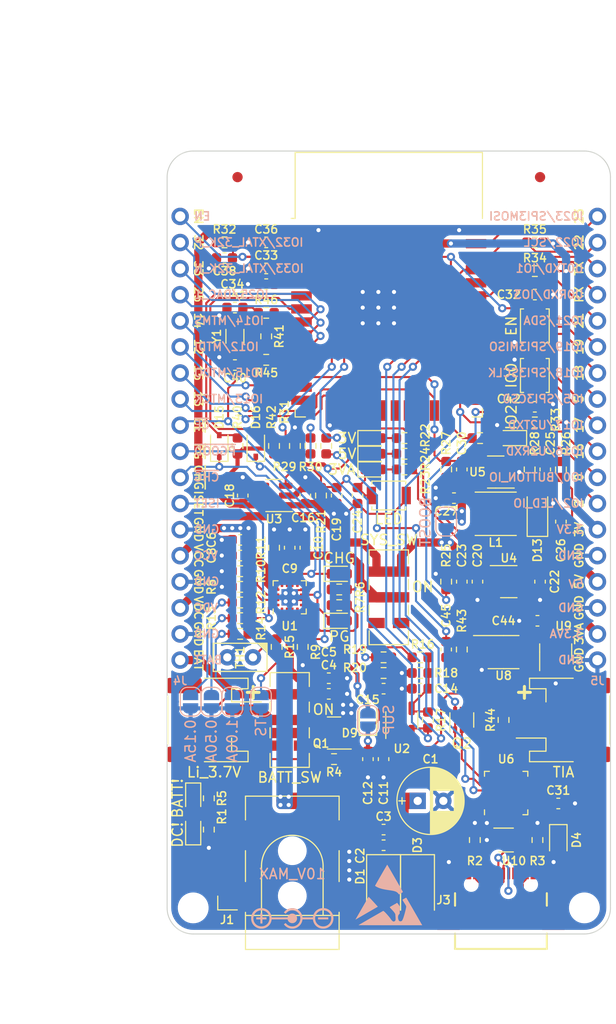
<source format=kicad_pcb>
(kicad_pcb (version 20211014) (generator pcbnew)
  (title_block (title "SolarNode") (date "2021-12-23") (rev "0.1") (comment 4 "AISLER Project ID: CXRWYORN"))
  (layers (0 "F.Cu" signal) (31 "B.Cu" signal) (34 "B.Paste" user) (35 "F.Paste" user) (36 "B.SilkS" user "B.Silkscreen") (37 "F.SilkS" user "F.Silkscreen") (38 "B.Mask" user) (39 "F.Mask" user) (44 "Edge.Cuts" user))
  (net 0 "")
  (net 1 "VDC")
  (net 2 "GND")
  (net 3 "+BATT")
  (net 4 "/BatteryCharger/VOUT")
  (net 5 "/Supervisor/+VBATT_SUP")
  (net 6 "VCC")
  (net 7 "+3V3")
  (net 8 "/LDO_EN")
  (net 9 "+3.3VA")
  (net 10 "/LDO_AUX_EN")
  (net 11 "Net-(C24-Pad1)")
  (net 12 "+5V")
  (net 13 "Net-(C25-Pad2)")
  (net 14 "Net-(C27-Pad1)")
  (net 15 "/BOOST_EN")
  (net 16 "VBUS")
  (net 17 "/EN")
  (net 18 "/ESP32_WROOM_32E/SOLAR_ISC_ADC")
  (net 19 "/ESP32_WROOM_32E/BATT_ADC")
  (net 20 "/IO0{slash}BUTTON_IO")
  (net 21 "Net-(C40-Pad1)")
  (net 22 "Net-(C41-Pad1)")
  (net 23 "/SOLAR-")
  (net 24 "/SOLAR_ISC")
  (net 25 "/DC_IN")
  (net 26 "Net-(D2-Pad2)")
  (net 27 "/VBUS_IN")
  (net 28 "/D+")
  (net 29 "/D-")
  (net 30 "Net-(D6-Pad2)")
  (net 31 "/~{CHG}")
  (net 32 "Net-(D7-Pad2)")
  (net 33 "/~{PGOOD}")
  (net 34 "Net-(D8-Pad2)")
  (net 35 "Net-(D10-Pad2)")
  (net 36 "Net-(D11-Pad2)")
  (net 37 "Net-(D12-Pad2)")
  (net 38 "Net-(D13-Pad2)")
  (net 39 "Net-(D14-Pad2)")
  (net 40 "/ESP32_WROOM_32E/~{CHG_IO}")
  (net 41 "/ESP32_WROOM_32E/~{PGOOD_IO}")
  (net 42 "/SOLAR+")
  (net 44 "Net-(J3-PadA5)")
  (net 46 "Net-(J3-PadB5)")
  (net 49 "/~{CE}")
  (net 50 "/ISET")
  (net 51 "/IO3{slash}RXD0")
  (net 52 "/IO1{slash}TXD0")
  (net 53 "/IO2{slash}LED_IO")
  (net 54 "/IO32{slash}XTAL_32K_P")
  (net 55 "/IO33{slash}XTAL_32K_N")
  (net 56 "/IO25{slash}DAC1")
  (net 57 "/IO16{slash}U2RXD")
  (net 58 "/IO17{slash}U2TXD")
  (net 59 "/IO5{slash}SPI3CS0")
  (net 60 "/IO18{slash}SPI3SCLK")
  (net 61 "/IO19{slash}SPI3MISO")
  (net 62 "/IO23{slash}SPI3MOSI")
  (net 63 "/IO21{slash}SDA")
  (net 64 "/IO22{slash}SCL")
  (net 65 "/IO13{slash}MTCK")
  (net 66 "/IO12{slash}MTDI")
  (net 67 "/IO14{slash}MTMS")
  (net 68 "/IO15{slash}MTDO")
  (net 69 "-BATT")
  (net 71 "Net-(J6-Pad1)")
  (net 72 "Net-(JP3-Pad2)")
  (net 73 "Net-(JP4-Pad2)")
  (net 74 "Net-(JP5-Pad2)")
  (net 75 "Net-(JP6-Pad2)")
  (net 76 "Net-(Q1-Pad1)")
  (net 77 "/USBtoUART/~{RTS}")
  (net 78 "/USBtoUART/~{DTR}")
  (net 79 "Net-(R8-Pad2)")
  (net 80 "Net-(R10-Pad2)")
  (net 81 "Net-(R11-Pad1)")
  (net 87 "Net-(U6-Pad5)")
  (net 107 "/IrradianceSensor/1.024V")
  (net 110 "Net-(R15-Pad2)")
  (net 113 "Net-(C14-Pad1)")
  (net 114 "Net-(C15-Pad1)")
  (footprint "Button_Switch_SMD:SW_SPST_B3U-1000P" (layer "F.Cu") (at 160.274 85.344 90)
    (fp_text reference "SW5" hide)
    (fp_text value "IO0")
  )
  (footprint "Diode_SMD:D_SOD-323" (layer "F.Cu") (at 144.018 118.872 90)
    (fp_text reference "D9")
    (fp_text value "BAT48JFILM" hide)
  )
  (footprint "Button_Switch_SMD:SW_SPST_B3U-1000P" (layer "F.Cu") (at 160.274 80.518 -90)
    (fp_text reference "SW4" hide)
    (fp_text value "EN")
  )
  (footprint "Diode_SMD:D_SMA" (layer "F.Cu") (at 148.844 135.382 -90)
    (fp_text reference "D3")
    (fp_text value "MBRA340" hide)
  )
  (footprint "SolarNode:R_0603_1608Metric_0.65" (layer "F.Cu") (at 145.542 114.3 180)
    (fp_text reference "R20")
    (fp_text value "453K" hide)
  )
  (footprint "MountingHole:MountingHole_2.2mm_M2" (layer "F.Cu") (at 127 137.16)
    (fp_text reference "H1" hide)
    (fp_text value "MountingHole" hide)
  )
  (footprint "SolarNode:R_0603_1608Metric_0.65" (layer "F.Cu") (at 136.906 92.202 90)
    (fp_text reference "R31")
    (fp_text value "1M" hide)
  )
  (footprint "Diode_SMD:D_SMA" (layer "F.Cu") (at 145.542 135.382 -90)
    (fp_text reference "D1")
    (fp_text value "MBRA340" hide)
  )
  (footprint "SolarNode:R_0603_1608Metric_0.65" (layer "F.Cu") (at 131.572 105.918)
    (fp_text reference "R8")
    (fp_text value "10K" hide)
  )
  (footprint "Package_SO:MSOP-8_3x3mm_P0.65mm" (layer "F.Cu") (at 157.226 112.268)
    (fp_text reference "U8")
    (fp_text value "OPA2356xxD" hide)
  )
  (footprint "Capacitor_SMD:C_0603_1608Metric" (layer "F.Cu") (at 134.112 74.93 180)
    (fp_text reference "C33")
    (fp_text value "0.1u" hide)
  )
  (footprint "SolarNode:R_0603_1608Metric_0.65" (layer "F.Cu") (at 135.128 111.76 90)
    (fp_text reference "R15")
    (fp_text value "10K" hide)
  )
  (footprint "SolarNode:R_0603_1608Metric_0.65" (layer "F.Cu") (at 131.572 107.442)
    (fp_text reference "R12")
    (fp_text value "5.90K" hide)
  )
  (footprint "SolarNode:R_0603_1608Metric_0.65" (layer "F.Cu") (at 149.098 114.3)
    (fp_text reference "R18")
    (fp_text value "422K" hide)
  )
  (footprint "Capacitor_THT:CP_Radial_D6.3mm_P2.50mm" (layer "F.Cu") (at 148.864 126.746)
    (fp_text reference "C1")
    (fp_text value "100u" hide)
  )
  (footprint "Capacitor_SMD:C_0603_1608Metric" (layer "F.Cu") (at 145.542 129.54 180)
    (fp_text reference "C3")
    (fp_text value "10u" hide)
  )
  (footprint "SolarNode:R_0603_1608Metric_0.65" (layer "F.Cu") (at 128.524 126.492 90)
    (fp_text reference "R5")
    (fp_text value "1K" hide)
  )
  (footprint "Package_TO_SOT_SMD:SOT-23-5" (layer "F.Cu") (at 134.874 97.028 180)
    (fp_text reference "U3")
    (fp_text value "RT9080-33GJ5" hide)
  )
  (footprint "Capacitor_SMD:C_0603_1608Metric" (layer "F.Cu") (at 136.398 102.108 90)
    (fp_text reference "C9")
    (fp_text value "10u" hide)
  )
  (footprint "MountingHole:MountingHole_2.2mm_M2" (layer "F.Cu") (at 165.1 66.04)
    (fp_text reference "H3" hide)
    (fp_text value "MountingHole" hide)
  )
  (footprint "SolarNode:R_0603_1608Metric_0.65" (layer "F.Cu") (at 131.572 104.394)
    (fp_text reference "R10")
    (fp_text value "0R" hide)
  )
  (footprint "Capacitor_SMD:C_0603_1608Metric" (layer "F.Cu") (at 151.638 112.014 90)
    (fp_text reference "C45")
    (fp_text value "0.1u" hide)
  )
  (footprint "MountingHole:MountingHole_2.2mm_M2" (layer "F.Cu") (at 165.1 137.16)
    (fp_text reference "H4" hide)
    (fp_text value "MountingHole" hide)
  )
  (footprint "SolarNode:R_0603_1608Metric_0.65" (layer "F.Cu") (at 149.86 118.872 90)
    (fp_text reference "R17")
    (fp_text value "10M" hide)
  )
  (footprint "LED_SMD:LED_0603_1608Metric" (layer "F.Cu") (at 141.224 104.648)
    (fp_text reference "D7" hide)
    (fp_text value "CHG")
  )
  (footprint "SolarNode:R_0603_1608Metric_0.65" (layer "F.Cu") (at 159.766 94.488 -90)
    (fp_text reference "R28")
    (fp_text value "10K" hide)
  )
  (footprint "Crystal:Crystal_SMD_3215-2Pin_3.2x1.5mm" (layer "F.Cu") (at 131.064 81.534 90)
    (fp_text reference "Y1")
    (fp_text value "32.768KHz" hide)
  )
  (footprint "SolarNode:R_0603_1608Metric_0.65" (layer "F.Cu") (at 130.048 72.39 180)
    (fp_text reference "R32")
    (fp_text value "10K" hide)
  )
  (footprint "Capacitor_SMD:C_0603_1608Metric" (layer "F.Cu") (at 131.064 84.328 180)
    (fp_text reference "C40")
    (fp_text value "12p" hide)
  )
  (footprint "Fiducial:Fiducial_1mm_Mask3mm" (layer "F.Cu") (at 165.1 132.842)
    (fp_text reference "FID3" hide)
    (fp_text value "Fiducial" hide)
  )
  (footprint "Connector_JST:JST_PH_S2B-PH-SM4-TB_1x02-1MP_P2.00mm_Horizontal" (layer "F.Cu") (at 163.068 118.872 90)
    (fp_text reference "J2" hide)
    (fp_text value "TIA")
  )
  (footprint "LED_SMD:LED_0603_1608Metric" (layer "F.Cu") (at 144.526 94.488)
    (fp_text reference "D11" hide)
    (fp_text value "3VA")
  )
  (footprint "Capacitor_SMD:C_0603_1608Metric" (layer "F.Cu") (at 149.098 115.824 180)
    (fp_text reference "C14")
    (fp_text value "1n" hide)
  )
  (footprint "SolarNode:R_0603_1608Metric_0.65" (layer "F.Cu") (at 154.432 130.556 90)
    (fp_text reference "R2")
    (fp_text value "5.1K" hide)
  )
  (footprint "SolarNode:R_0603_1608Metric_0.65" (layer "F.Cu") (at 141.224 107.696)
    (fp_text reference "R7")
    (fp_text value "10K" hide)
  )
  (footprint "Package_DFN_QFN:QFN-24-1EP_4x4mm_P0.5mm_EP2.6x2.6mm" (layer "F.Cu") (at 157.48 125.984 90)
    (fp_text reference "U6")
    (fp_text value "CP2104" hide)
  )
  (footprint "LED_SMD:LED_0603_1608Metric" (layer "F.Cu") (at 127 126.492 -90)
    (fp_text reference "D6" hide)
    (fp_text value "BATT!")
  )
  (footprint "SolarNode:R_0603_1608Metric_0.65" (layer "F.Cu") (at 131.318 92.202 90)
    (fp_text reference "R40")
    (fp_text value "10K" hide)
  )
  (footprint "Fiducial:Fiducial_1mm_Mask3mm" (layer "F.Cu") (at 127 132.842)
    (fp_text reference "FID1" hide)
    (fp_text value "Fiducial" hide)
  )
  (footprint "MountingHole:MountingHole_2.2mm_M2" (layer "F.Cu") (at 127 66.04)
    (fp_text reference "H2" hide)
    (fp_text value "MountingHole" hide)
  )
  (footprint "SolarNode:R_0603_1608Metric_0.65" (layer "F.Cu") (at 162.814 94.488 90)
    (fp_text reference "R26")
    (fp_text value "30K" hide)
  )
  (footprint "Capacitor_SMD:C_0603_1608Metric" (layer "F.Cu") (at 160.528 109.22 180)
    (fp_text reference "C44")
    (fp_text value "0.1u" hide)
  )
  (footprint "Capacitor_SMD:C_0603_1608Metric" (layer "F.Cu") (at 160.274 77.47)
    (fp_text reference "C32")
    (fp_text value "0.1u" hide)
  )
  (footprint "Capacitor_SMD:C_0603_1608Metric" (layer "F.Cu") (at 145.542 115.824)
    (fp_text reference "C15")
    (fp_text value "1n" hide)
  )
  (footprint "Package_DFN_QFN:VQFN-16-1EP_3x3mm_P0.5mm_EP1.6x1.6mm_ThermalVias" (layer "F.Cu") (at 136.398 106.934 90)
    (fp_text reference "U1")
    (fp_text value "BQ24074RGT" hide)
  )
  (footprint "Button_Switch_SMD:SW_DPDT_CK_JS202011JCQN" (layer "F.Cu") (at 136.398 118.872 -90)
    (fp_text reference "SW1" hide)
    (fp_text value "BATT_SW")
  )
  (footprint "Package_TO_SOT_SMD:SOT-23-5" (layer "F.Cu") (at 157.734 105.41)
    (fp_text reference "U4")
    (fp_text value "RT9080-33GJ5" hide)
  )
  (footprint "Fiducial:Fiducial_1mm_Mask3mm" (layer "F.Cu") (at 160.782 66.04)
    (fp_text reference "FID4" hide)
    (fp_text value "Fiducial" hide)
  )
  (footprint "SolarNode:R_0603_1608Metric_0.65" (layer "F.Cu") (at 153.162 112.014 90)
    (fp_text reference "R43")
    (fp_text value "16.5R" hide)
  )
  (footprint "SolarNode:R_0603_1608Metric_0.65" (layer "F.Cu") (at 134.112 79.248)
    (fp_text reference "R46")
    (fp_text value "0R" hide)
  )
  (footprint "Capacitor_SMD:C_0603_1608Metric" (layer "F.Cu") (at 154.686 105.41 -90)
    (fp_text reference "C20")
    (fp_text value "10u" hide)
  )
  (footprint "LED_SMD:LED_0603_1608Metric" (layer "F.Cu") (at 157.988 91.44 180)
    (fp_text reference "D14" hide)
    (fp_text value "IO2")
  )
  (footprint "Capacitor_SMD:C_0603_1608Metric" (layer "F.Cu") (at 161.29 94.488 90)
    (fp_text reference "C25")
    (fp_text value "1.8n" hide)
  )
  (footprint "Diode_SMD:D_SOD-323" (layer "F.Cu") (at 129.54 92.202 90)
    (fp_text reference "D15")
    (fp_text value "BAT48JFILM" hide)
  )
  (footprint "Diode_SMD:D_SOD-323" (layer "F.Cu") (at 162.56 130.556 -90)
    (fp_text reference "D4")
    (fp_text value "BAT48JFILM" hide)
  )
  (footprint "SolarNode:R_0603_1608Metric_0.65" (layer "F.Cu") (at 160.528 130.556 90)
    (fp_text reference "R3")
    (fp_text value "5.1K" hide)
  )
  (footprint "Capacitor_SMD:C_0603_1608Metric" (layer "F.Cu") (at 134.112 76.454 180)
    (fp_text reference "C34")
    (fp_text value "0.1u" hide)
  )
  (footprint "SolarNode:R_0603_1608Metric_0.65" (layer "F.Cu") (at 131.572 110.49)
    (fp_text reference "R14")
    (fp_text value "887R" hide)
  )
  (footprint "LED_SMD:LED_0603_1608Metric" (layer "F.Cu") (at 141.224 109.22)
    (fp_text reference "D8" hide)
    (fp_text value "PG")
  )
  (footprint "RF_Module:ESP32-WROOM-32" (layer "F.Cu") (at 146.05 79.502)
    (fp_text reference "U7" hide)
    (fp_text value "ESP32-WROOM-32E" hide)
  )
  (footprint "SolarNode:R_0603_1608Metric_0.65" (layer "F.Cu") (at 147.574 92.964)
    (fp_text reference "R24")
    (fp_text value "1K" hide)
  )
  (footprint "Capacitor_SMD:C_0603_1608Metric" (layer "F.Cu") (at 153.162 105.41 90)
    (fp_text reference "C23")
    (fp_text value "0.1u" hide)
  )
  (footprint "USB4110-GF-A_REVB:GCT_USB4110-GF-A_REVB" (layer "F.Cu") (at 156.972 134.874)
    (fp_text reference "J3")
    (fp_text value "USB_C_Receptacle_USB2.0" hide)
  )
  (footprint "Capacitor_SMD:C_0603_1608Metric" (layer "F.Cu") (at 137.922 97.028 90)
    (fp_text reference "C16")
    (fp_text value "10u" hide)
  )
  (footprint "Capacitor_SMD:C_0603_1608Metric" (layer "F.Cu") (at 143.002 97.028 -90)
    (fp_text reference "C24")
    (fp_text value "0.1u" hide)
  )
  (footprint "SolarNode:R_0603_1608Metric_0.65" (layer "F.Cu") (at 151.638 105.41 -90)
    (fp_text reference "R25")
    (fp_text value "10K" hide)
  )
  (footprint "Inductor_SMD:L_Vishay_IFSC-1515AH_4x4x1.8mm" (layer "F.Cu") (at 156.464 98.806)
    (fp_text reference "L1")
    (fp_text value "8.2u" hide)
  )
  (footprint "SolarNode:R_0603_1608Metric_0.65" (layer "F.Cu") (at 134.874 102.108 90)
    (fp_text reference "R11")
    (fp_text value "1K" hide)
  )
  (footprint "Button_Switch_SMD:SW_SPST_B3U-1000P" (layer "F.Cu") (at 146.05 97.028)
    (fp_text reference "SW3" hide)
    (fp_text value "LED")
  )
  (footprint "Capacitor_SMD:C_0603_1608Metric" (layer "F.Cu") (at 152.4 97.282 180)
    (fp_text reference "C27")
    (fp_text value "10u" hide)
  )
  (footprint "Package_TO_SOT_SMD:SOT-23-6" (layer "F.Cu") (at 147.32 118.872 90)
    (fp_text reference "U2")
    (fp_text value "TPS3780A" hide)
  )
  (footprint "Package_TO_SOT_SMD:SOT-363_SC-70-6" (layer "F.Cu") (at 153.162 118.872 90)
    (fp_text reference "Q2")
    (fp_text value "MUN5214DW1" hide)
  )
  (footprint "Capacitor_SMD:C_0603_1608Metric" (layer "F.Cu") (at 131.572 101.346 180)
    (fp_text reference "C6")
    (fp_text value "10u" hide)
  )
  (footprint "Connector_BarrelJack:BarrelJack_CLIFF_FC681465S_SMT_Horizontal" (layer "F.Cu") (at 136.652 133.096 90)
    (fp_text reference "J1")
    (fp_text value "10V_MAX")
  )
  (footprint "SolarNode:R_0603_1608Metric_0.65" (layer "F.Cu") (at 160.274 75.184 180)
    (fp_text reference "R34")
    (fp_text value "2.2K" hide)
  )
  (footprint "Capacitor_SMD:C_0603_1608Metric" (layer "F.Cu") (at 140.208 114.808)
    (fp_text reference "C5")
    (fp_text value "10u" hide)
  )
  (footprint "SolarNode:R_0603_1608Metric_0.65" (layer "F.Cu") (at 160.274 72.39 180)
    (fp_text reference "R35")
    (fp_text value "2.2K" hide)
  )
  (footprint "Capacitor_SMD:C_0603_1608Metric" (layer "F.Cu") (at 140.208 116.332)
    (fp_text reference "C4")
    (fp_text value "10u" hide)
  )
  (footprint "SolarNode:R_0603_1608Metric_0.65" (layer "F.Cu") (at 139.954 92.202 -90)
    (fp_text reference "R30")
    (fp_text value "1M" hide)
  )
  (footprint "SolarNode:R_0603_1608Metric_0.65" (layer "F.Cu") (at 134.874 92.202 90)
    (fp_text reference "R42")
    (fp_text value "10K" hide)
  )
  (footprint "SolarNode:R_0603_1608Metric_0.65" (layer "F.Cu") (at 131.572 108.966)
    (fp_text reference "R13")
    (fp_text value "1.78K" hide)
  )
  (footprint "Capacitor_SMD:C_0603_1608Metric" (layer "F.Cu") (at 130.048 73.914)
    (fp_text reference "C38")
    (fp_text value "1u" hide)
  )
  (footprint "Package_TO_SOT_SMD:SOT-363_SC-70-6" (layer "F.Cu") (at 157.48 130.556)
    (fp_text reference "U10")
    (fp_text value "NUP2202" hide)
  )
  (footprint "Package_TO_SOT_SMD:SOT-23-6" (layer "F.Cu") (at 162.306 112.268 90)
    (fp_text reference "U9")
    (fp_text value "MCP1501-10xCH" hide)
  )
  (footprint "Capacitor_SMD:C_0603_1608Metric" (layer "F.Cu") (at 162.56 127)
    (fp_text reference "C31")
    (fp_text value "1u" hide)
  )
  (footprint "Capacitor_SMD:C_0603_1608Metric" (layer "F.Cu") (at 160.782 105.41 -90)
    (fp_text reference "C22")
    (fp_text value "10u" hide)
  )
  (footprint "Capacitor_SMD:C_0603_1608Metric" (layer "F.Cu") (at 140.97 97.028 -90)
    (fp_text reference "C19")
    (fp_text value "0.1u" hide)
  )
  (footprint "LED_SMD:LED_0603_1608Metric" (layer "F.Cu") (at 127 129.54 90)
    (fp_text reference "D2" hide)
    (fp_text value "DC!")
  )
  (footprint "Capacitor_SMD:C_0603_1608Metric" (layer "F.Cu") (at 137.922 102.108 90)
    (fp_text reference "C10")
    (fp_text value "10u" hide)
  )
  (footprint "Capacitor_SMD:C_0603_1608Metric" (layer "F.Cu") (at 134.112 72.39 180)
    (fp_text reference "C36")
    (fp_text value "10u" hide)
  )
  (footprint "SolarNode:R_0603_1608Metric_0.65" (layer "F.Cu") (at 147.574 94.488)
    (fp_text reference "R23")
    (fp_text value "1K" hide)
  )
  (footprint "SolarNode:R_0603_1608Metric_0.65" (layer "F.Cu") (at 149.098 112.776 180)
    (fp_text reference "R16")
    (fp_text value "750K" hide)
  )
  (footprint "Fiducial:Fiducial_1mm_Mask3mm" (layer "F.Cu") (at 131.318 66.04)
    (fp_text reference "FID2" hide)
    (fp_text value "Fiducial" hide)
  )
  (footprint "Connector_JST:JST_PH_S2B-PH-SM4-TB_1x02-1MP_P2.00mm_Horizontal" (layer "F.Cu") (at 129.032 118.872 -90)
    (fp_text reference "J6" hide)
    (fp_text value "Li_3.7V")
  )
  (footprint "Capacitor_SMD:C_0603_1608Metric" (layer "F.Cu") (at 144.018 122.682 -90)
    (fp_text reference "C12")
    (fp_text value "10u" hide)
  )
  (footprint "Capacitor_SMD:C_0603_1608Metric" (layer "F.Cu") (at 160.274 88.392)
    (fp_text reference "C42")
    (fp_text value "0.1u" hide)
  )
  (footprint "SolarNode:R_0603_1608Metric_0.65" (layer "F.Cu") (at 157.226 118.872 -90)
    (fp_text reference "R44")
    (fp_text value "2R" hide)
  )
  (footprint "Capacitor_SMD:C_0603_1608Metric" (layer "F.Cu") (at 131.572 102.87 180)
    (fp_text reference "C8")
    (fp_text value "10u" hide)
  )
  (footprint "SolarNode:R_0603_1608Metric_0.65" (layer "F.Cu") (at 160.274 89.916 180)
    (fp_text reference "R33")
    (fp_text value "10K" hide)
  )
  (footprint "Package_TO_SOT_SMD:SOT-23" (layer "F.Cu") (at 140.716 120.142 180)
    (fp_text reference "Q1")
    (fp_text value "AO3400A" hide)
  )
  (footprint "Diode_SMD:D_SOD-323" (layer "F.Cu") (at 133.096 92.202 90)
    (fp_text reference "D16")
    (fp_text value "BAT48JFILM" hide)
  )
  (footprint "SolarNode:R_0603_1608Metric_0.65" (layer "F.Cu") (at 145.542 112.776 180)
    (fp_text reference "R19")
    (fp_text value "698K" hide)
  )
  (footprint "SolarNode:R_0603_1608Metric_0.65" (layer "F.Cu") (at 134.112 81.534 90)
    (fp_text reference "R41")
    (fp_text value "7.5M" hide)
  )
  (footprint "SolarNode:R_0603_1608Metric_0.65" (layer "F.Cu") (at 147.574 91.44)
    (fp_text reference "R22")
    (fp_text value "1K" hide)
  )
  (footprint "SolarNode:R_0603_1608Metric_0.65" (layer "F.Cu") (at 134.112 83.82 180)
    (fp_text reference "R45")
    (fp_text value "0R" hide)
  )
  (footprint "Capacitor_SMD:C_0603_1608Metric" (layer "F.Cu") (at 162.814 99.568 90)
    (fp_text reference "C26")
    (fp_text value "10u" hide)
  )
  (footprint "Button_Switch_SMD:SW_DPDT_CK_JS202011JCQN" (layer "F.Cu") (at 146.05 106.934 -90)
    (fp_text reference "SW2" hide)
    (fp_text value "SYS_SW")
  )
  (footprint "Capacitor_SMD:C_0603_1608Metric" (layer "F.Cu") (at 145.542 131.064 180)
    (fp_text reference "C2")
    (fp_text value "10u" hide)
  )
  (footprint "SolarNode:R_0603_1608Metric_0.65" (layer "F.Cu") (at 138.43 92.202 -90)
    (fp_text reference "R29")
    (fp_text value "1M" hide)
  )
  (footprint "Capacitor_SMD:C_0603_1608Metric" (layer "F.Cu") (at 131.064 78.74 180)
    (fp_text reference "C41")
    (fp_text value "12p" hide)
  )
  (footprint "Diode_SMD:D_SOD-123F" (layer "F.Cu") (at 160.528 98.806 90)
    (fp_text reference "D13")
    (fp_text value "MBR1020VL" hide)
  )
  (footprint "Capacitor_SMD:C_0603_1608Metric" (layer "F.Cu") (at 131.826 97.028 90)
    (fp_text reference "C18")
    (fp_text value "10u" hide)
  )
  (footprint "Capacitor_THT:C_Disc_D5.0mm_W2.5mm_P2.50mm" (layer "F.Cu") (at 132.822 112.776 180)
    (fp_text reference "TH1")
    (fp_text value "103AT (NC)" hide)
  )
  (footprint "SolarNode:R_0603_1608Metric_0.65" (layer "F.Cu") (at 151.638 94.488 90)
    (fp_text reference "R27")
    (fp_text value "10K" hide)
  )
  (footprint "Capacitor_SMD:C_0603_1608Metric" (layer "F.Cu") (at 145.542 122.682 -90)
    (fp_text reference "C11")
    (fp_text value "10u" hide)
  )
  (footprint "LED_SMD:LED_0603_1608Metric" (layer "F.Cu") (at 144.526 91.44)
    (fp_text reference "D10" hide)
    (fp_text value "3V")
  )
  (footprint "SolarNode:R_0603_1608Metric_0.65" (layer "F.Cu") (at 137.668 111.76 90)
    (fp_text reference "R9")
    (fp_text value "10K" hide)
  )
  (footprint "Capacitor_SMD:C_0603_1608Metric" (layer "F.Cu") (at 153.162 94.488 -90)
    (fp_text reference "C30")
    (fp_text value "0.1u" hide)
  )
  (footprint "SolarNode:R_0603_1608Metric_0.65" (layer "F.Cu") (at 140.716 122.682)
    (fp_text reference "R4")
    (fp_text value "10K" hide)
  )
  (footprint "Package_TO_SOT_SMD:SOT-23-5" (layer "F.Cu") (at 156.464 94.742 180)
    (fp_text reference "U5")
    (fp_text value "LM2735XMF" hide)
  )
  (footprint "SolarNode:R_0603_1608Metric_0.65" (layer "F.Cu") (at 154.94 91.44 180)
    (fp_text reference "R37" hide)
    (fp_text value "1K" hide)
  )
  (footprint "Resistor_SMD:R_0603_1608Metric_0.65" (layer "F.Cu") (at 128.524 129.54 -90)
    (fp_text reference "R1")
    (fp_text value "1K" hide)
  )
  (footprint "LED_SMD:LED_0603_1608Metric" (layer "F.Cu") (at 144.526 92.964)
    (fp_text reference "D12" hide)
    (fp_text value "5V")
  )
  (footprint "SolarNode:R_0603_1608Metric_0.65" (layer "F.Cu") (at 141.224 106.172)
    (fp_text reference "R6")
    (fp_text value "10K" hide)
  )
  (footprint "SolarNode:R_0603_1608Metric_0.65" (layer "F.Cu") (at 139.446 97.028 90)
    (fp_text reference "R21")
    (fp_text value "200K" hide)
  )
  (footprint "Jumper:SolderJumper-2_P1.3mm_Open_RoundedPad1.0x1.5mm" (layer "B.Cu") (at 151.638 99.568 90)
    (fp_text reference "JP8" hide)
    (fp_text value "BOOST")
  )
  (footprint "Connector_PinHeader_2.54mm:PinHeader_1x18_P2.54mm_Vertical" (layer "B.Cu") (at 166.37 69.865 180)
    (fp_text reference "J5")
    (fp_text value "Conn_01x18" hide)
  )
  (footprint "Symbol:ESD-Logo_6.6x6mm_SilkScreen" (layer "B.Cu") (at 146.05 135.89 180)
    (fp_text reference "REF**" hide)
    (fp_text value "ESD-Logo_6.6x6mm_SilkScreen" hide)
  )
  (footprint "LOGO" (layer "B.Cu") (at 136.652 138.176 180)
    (fp_text reference "G***" hide)
    (fp_text value "LOGO" hide)
  )
  (footprint "Jumper:SolderJumper-2_P1.3mm_Open_RoundedPad1.0x1.5mm" (layer "B.Cu") (at 128.778 117.094 90)
    (fp_text reference "JP5" hide)
    (fp_text value "0.50A")
  )
  (footprint "Jumper:SolderJumper-2_P1.3mm_Open_RoundedPad1.0x1.5mm" (layer "B.Cu") (at 144.018 118.872 -90)
    (fp_text reference "JP7" hide)
    (fp_text value "SUP")
  )
  (footprint "Jumper:SolderJumper-2_P1.3mm_Open_RoundedPad1.0x1.5mm" (layer "B.Cu") (at 130.81 117.094 90)
    (fp_text reference "JP6" hide)
    (fp_text value "1.00A")
  )
  (footprint "Connector_PinHeader_2.54mm:PinHeader_1x18_P2.54mm_Vertical" (layer "B.Cu") (at 125.73 69.865 180)
    (fp_text reference "J4")
    (fp_text value "Conn_01x18" hide)
  )
  (footprint "Jumper:SolderJumper-2_P1.3mm_Open_RoundedPad1.0x1.5mm" (layer "B.Cu") (at 133.604 117.094 90)
    (fp_text reference "JP3" hide)
    (fp_text value "TS")
  )
  (footprint "Jumper:SolderJumper-2_P1.3mm_Open_RoundedPad1.0x1.5mm" (layer "B.Cu") (at 126.746 117.094 90)
    (fp_text reference "JP4" hide)
    (fp_text value "0.15A")
  )
  (gr_arc locked (start 127 139.7) (mid 125.203949 138.956051) (end 124.46 137.16) (layer "Edge.Cuts") (width 0.1))
  (gr_line locked (start 165.1 63.5) (end 127 63.5) (layer "Edge.Cuts") (width 0.1))
  (gr_arc locked (start 124.46 66.04) (mid 125.203949 64.243949) (end 127 63.5) (layer "Edge.Cuts") (width 0.1))
  (gr_line (start 124.46 66.04) (end 124.46 137.16) (layer "Edge.Cuts") (width 0.1))
  (gr_line locked (start 127 139.7) (end 165.1 139.7) (layer "Edge.Cuts") (width 0.1))
  (gr_line locked (start 167.64 137.16) (end 167.64 66.04) (layer "Edge.Cuts") (width 0.1))
  (gr_arc locked (start 165.1 63.5) (mid 166.896051 64.243949) (end 167.64 66.04) (layer "Edge.Cuts") (width 0.1))
  (gr_arc locked (start 167.64 137.16) (mid 166.896051 138.956051) (end 165.1 139.7) (layer "Edge.Cuts") (width 0.1))
  (gr_text "GND" (at 127 105.41) (layer "B.SilkS") (effects (font (size 0.8 0.8)) (justify right mirror)))
  (gr_text "GND" (at 165.1 113.03) (layer "B.SilkS") (effects (font (size 0.8 0.8)) (justify left mirror)))
  (gr_text "GND" (at 165.1 102.87) (layer "B.SilkS") (effects (font (size 0.8 0.8)) (justify left mirror)))
  (gr_text "ISET" (at 127 97.79) (layer "B.SilkS") (effects (font (size 0.8 0.8)) (justify right mirror)))
  (gr_text "VCC" (at 127 102.87) (layer "B.SilkS") (effects (font (size 0.8 0.8)) (justify right mirror)))
  (gr_text "5V" (at 165.1 105.664) (layer "B.SilkS") (effects (font (size 0.8 0.8)) (justify left mirror)))
  (gr_text "~{CHG}" (at 127 95.25) (layer "B.SilkS") (effects (font (size 0.8 0.8)) (justify right mirror)))
  (gr_text "GND" (at 127 110.49) (layer "B.SilkS") (effects (font (size 0.8 0.8)) (justify right mirror)))
  (gr_text "IO16/U2RXD" (at 165.1 92.71) (layer "B.SilkS") (effects (font (size 0.8 0.8)) (justify left mirror)))
  (gr_text "GND" (at 127 100.33) (layer "B.SilkS") (effects (font (size 0.8 0.8)) (justify right mirror)))
  (gr_text "IO33/XTAL_32K_N" (at 127 74.93) (layer "B.SilkS") (effects (font (size 0.8 0.8)) (justify right mirror)))
  (gr_text "IO0/BUTTON_IO" (at 165.1 95.25) (layer "B.SilkS") (effects (font (size 0.8 0.8)) (justify left mirror)))
  (gr_text "IO19/SPI3MISO" (at 165.1 82.55) (layer "B.SilkS") (effects (font (size 0.8 0.8)) (justify left mirror)))
  (gr_text "IO21/SDA" (at 165.1 80.01) (layer "B.SilkS") (effects (font (size 0.8 0.8)) (justify left mirror)))
  (gr_text "BATT" (at 127 113.03) (layer "B.SilkS") (effects (font (size 0.8 0.8)) (justify right mirror)))
  (gr_text "EN" (at 127 69.85) (layer "B.SilkS") (effects (font (size 0.8 0.8)) (justify right mirror)))
  (gr_text "VDC" (at 127 107.95) (layer "B.SilkS") (effects (font (size 0.8 0.8)) (justify right mirror)))
  (gr_text "U0TXD/IO1" (at 165.1 74.93) (layer "B.SilkS") (effects (font (size 0.8 0.8)) (justify left mirror)))
  (gr_text "IO23/SPI3MOSI" (at 165.1 69.85) (layer "B.SilkS") (effects (font (size 0.8 0.8)) (justify left mirror)))
  (gr_text "U0RXD/IO3" (at 165.1 77.47) (layer "B.SilkS") (effects (font (size 0.8 0.8)) (justify left mirror)))
  (gr_text "~{CE}" (at 127 90.17) (layer "B.SilkS") (effects (font (size 0.8 0.8)) (justify right mirror)))
  (gr_text "IO18/SPI3SCLK" (at 165.1 85.09) (layer "B.SilkS") (effects (font (size 0.8 0.8)) (justify left mirror)))
  (gr_text "IO15/MTDO" (at 127 85.09) (layer "B.SilkS") (effects (font (size 0.8 0.8)) (justify right mirror)))
  (gr_text "3.3VA" (at 165.1 110.49) (layer "B.SilkS") (effects (font (size 0.8 0.8)) (justify left mirror)))
  (gr_text "3.3V" (at 165.1 100.33) (layer "B.SilkS") (effects (font (size 0.8 0.8)) (justify left mirror)))
  (gr_text "IO22/SCL" (at 165.1 72.39) (layer "B.SilkS") (effects (font (size 0.8 0.8)) (justify left mirror)))
  (gr_text "IO17/U2TXD" (at 165.1 90.17) (layer "B.SilkS") (effects (font (size 0.8 0.8)) (justify left mirror)))
  (gr_text "GND" (at 165.1 107.95) (layer "B.SilkS") (effects (font (size 0.8 0.8)) (justify left mirror)))
  (gr_text "IO13/MTCK" (at 127 87.63) (layer "B.SilkS") (effects (font (size 0.8 0.8)) (justify right mirror)))
  (gr_text "IO14/MTMS" (at 127 80.01) (layer "B.SilkS") (effects (font (size 0.8 0.8)) (justify right mirror)))
  (gr_text "IO5/SPI3CS0" (at 165.1 87.63) (layer "B.SilkS") (effects (font (size 0.8 0.8)) (justify left mirror)))
  (gr_text "IO2/LED_IO" (at 165.1 97.79) (layer "B.SilkS") (effects (font (size 0.8 0.8)) (justify left mirror)))
  (gr_text "IO12/MTDI" (at 127 82.55) (layer "B.SilkS") (effects (font (size 0.8 0.8)) (justify right mirror)))
  (gr_text "~{PGOOD}" (at 127 92.71) (layer "B.SilkS") (effects (font (size 0.8 0.8)) (justify right mirror)))
  (gr_text "IO25/DAC_1" (at 127 77.47) (layer "B.SilkS") (effects (font (size 0.8 0.8)) (justify right mirror)))
  (gr_text "IO32/XTAL_32K_P" (at 127 72.39) (layer "B.SilkS") (effects (font (size 0.8 0.8)) (justify right mirror)))
  (gr_text "0" (at 164.592 95.25 90) (layer "F.SilkS") (effects (font (size 0.8 0.8))))
  (gr_text "17" (at 164.592 90.17 90) (layer "F.SilkS") (effects (font (size 0.8 0.8))))
  (gr_text "GND" (at 127.508 110.49 270) (layer "F.SilkS") (effects (font (size 0.8 0.8))))
  (gr_text "16" (at 164.592 92.71 90) (layer "F.SilkS") (effects (font (size 0.8 0.8))))
  (gr_text "GND" (at 127.508 100.33 270) (layer "F.SilkS") (effects (font (size 0.8 0.8))))
  (gr_text "3VA" (at 164.592 110.49 90) (layer "F.SilkS") (effects (font (size 0.8 0.8))))
  (gr_text "22" (at 164.592 72.39 90) (layer "F.SilkS") (effects (font (size 0.8 0.8))))
  (gr_text "21" (at 164.592 80.01 90) (layer "F.SilkS") (effects (font (size 0.8 0.8))))
  (gr_text "~{CHG}" (at 127.508 95.25 270) (layer "F.SilkS") (effects (font (size 0.8 0.8))))
  (gr_text "~{PG}" (at 127.508 92.71 270) (layer "F.SilkS") (effects (font (size 0.8 0.8))))
  (gr_text "~{CE}" (at 127.508 90.17 270) (layer "F.SilkS") (effects (font (size 0.8 0.8))))
  (gr_text "2" (at 164.592 97.79 90) (layer "F.SilkS") (effects (font (size 0.8 0.8))))
  (gr_text "ON" (at 139.7 117.856) (layer "F.SilkS") (effects (font (size 1 1))))
  (gr_text "19" (at 164.592 82.55 90) (layer "F.SilkS") (effects (font (size 0.8 0.8))))
  (gr_text "BAT" (at 127.508 113.03 270) (layer "F.SilkS") (effects (font (size 0.8 0.8))))
  (gr_text "+" (at 159.258 116.078) (layer "F.SilkS") (effects (font (size 1.5 1.5) (thickness 0.3))))
  (gr_text "GND" (at 164.592 113.03 90) (layer "F.SilkS") (effects (font (size 0.8 0.8))))
  (gr_text "5" (at 164.592 87.63 90) (layer "F.SilkS") (effects (font (size 0.8 0.8))))
  (gr_text "12" (at 127.508 82.55 270) (layer "F.SilkS") (effects (font (size 0.8 0.8))))
  (gr_text "VDC" (at 127.508 107.95 270) (layer "F.SilkS") (effects (font (size 0.8 0.8))))
  (gr_text "TX" (at 164.592 74.93 90) (layer "F.SilkS") (effects (font (size 0.8 0.8))))
  (gr_text "14" (at 127.508 80.01 270) (layer "F.SilkS") (effects (font (size 0.8 0.8))))
  (gr_text "GND" (at 127.508 105.41 270) (layer "F.SilkS") (effects (font (size 0.8 0.8))))
  (gr_text "32" (at 127.508 72.39 270) (layer "F.SilkS") (effects (font (size 0.8 0.8))))
  (gr_text "33" (at 127.508 74.93 270) (layer "F.SilkS") (effects (font (size 0.8 0.8))))
  (gr_text "VCC" (at 127.508 102.87 270) (layer "F.SilkS") (effects (font (size 0.8 0.8))))
  (gr_text "GND" (at 164.592 102.87 90) (layer "F.SilkS") (effects (font (size 0.8 0.8))))
  (gr_text "3V" (at 164.592 100.33 90) (layer "F.SilkS") (effects (font (size 0.8 0.8))))
  (gr_text "18" (at 164.592 85.09 90) (layer "F.SilkS") (effects (font (size 0.8 0.8))))
  (gr_text "ON" (at 149.352 105.918) (layer "F.SilkS") (effects (font (size 1 1))))
  (gr_text "15" (at 127.508 85.09 270) (layer "F.SilkS") (effects (font (size 0.8 0.8))))
  (gr_text "25" (at 127.508 77.47 270) (layer "F.SilkS") (effects (font (size 0.8 0.8))))
  (gr_text "5V" (at 164.592 105.41 90) (layer "F.SilkS") (effects (font (size 0.8 0.8))))
  (gr_text "RX" (at 164.592 77.47 90) (layer "F.SilkS") (effects (font (size 0.8 0.8))))
  (gr_text "23" (at 164.592 69.85 90) (layer "F.SilkS") (effects (font (size 0.8 0.8))))
  (gr_text "GND" (at 164.592 107.95 90) (layer "F.SilkS") (effects (font (size 0.8 0.8))))
  (gr_text "ISET" (at 127.508 97.79 270) (layer "F.SilkS") (effects (font (size 0.8 0.8))))
  (gr_text "EN" (at 127.508 69.85 270) (layer "F.SilkS") (effects (font (size 0.8 0.8))))
  (gr_text "+" (at 132.842 116.078) (layer "F.SilkS") (effects (font (size 1.5 1.5) (thickness 0.3))))
  (gr_text "13" (at 127.508 87.63 270) (layer "F.SilkS") (effects (font (size 0.8 0.8))))
  (segment (start 128.7 104.995) (end 128.7 100.9) (width 0.8) (layer "F.Cu") (net 1))
  (segment (start 145.542 133.382) (end 147.182 133.382) (width 1.6) (layer "F.Cu") (net 1))
  (segment (start 132.347 101.346) (end 132.347 100.241) (width 0.8) (layer "F.Cu") (net 1))
  (segment (start 147.182 126.746) (end 148.864 126.746) (width 1.6) (layer "F.Cu") (net 1))
  (segment (start 135.89 126.746) (end 147.182 126.746) (width 1.6) (layer "F.Cu") (net 1))
  (segment (start 147.182 133.382) (end 147.182 126.746) (width 1.6) (layer "F.Cu") (net 1))
  (segment (start 134.1 105.4) (end 134.6 105.9) (width 0.8) (layer "F.Cu") (net 1))
  (segment (start 135.5 126.346) (end 135.5 127.146) (width 0.8) (layer "F.Cu") (net 1))
  (segment (start 132.347 102.87) (end 132.87 102.87) (width 0.8) (layer "F.Cu") (net 1))
  (segment (start 132.87 102.87) (end 134.1 104.1) (width 0.8) (layer "F.Cu") (net 1))
  (segment (start 132.347 102.87) (end 132.478692 102.87) (width 0.8) (layer "F.Cu") (net 1))
  (segment (start 136.3 126.346) (end 136.3 127.146) (width 0.8) (layer "F.Cu") (net 1))
  (segment (start 129.4 100.2) (end 130 100.2) (width 0.8) (layer "F.Cu") (net 1))
  (segment (start 134.6 105.9) (end 134.9 105.9) (width 0.8) (layer "F.Cu") (net 1))
  (segment (start 132.388 100.2) (end 130 100.2) (width 0.8) (layer "F.Cu") (net 1))
  (segment (start 132.347 101.346) (end 132.347 102.87) (width 0.8) (layer "F.Cu") (net 1))
  (segment (start 132.347 100.241) (end 132.388 100.2) (width 0.8) (layer "F.Cu") (net 1))
  (segment (start 134.1 104.1) (end 134.1 105.4) (width 0.8) (layer "F.Cu") (net 1))
  (segment (start 125.73 107.965) (end 128.7 104.995) (width 0.8) (layer "F.Cu") (net 1))
  (segment (start 136.3 126.346) (end 135.5 126.346) (width 0.8) (layer "F.Cu") (net 1))
  (segment (start 147.182 133.382) (end 148.844 133.382) (width 1.6) (layer "F.Cu") (net 1))
  (segment (start 135.5 127.146) (end 136.3 127.146) (width 0.8) (layer "F.Cu") (net 1))
  (segment (start 128.7 100.9) (end 129.4 100.2) (width 0.8) (layer "F.Cu") (net 1))
  (via (at 130 100.2) (size 0.8) (drill 0.4) (layers "F.Cu" "B.Cu") (net 1))
  (via (at 135.5 127.146) (size 0.8) (drill 0.4) (layers "F.Cu" "B.Cu") (net 1))
  (via (at 135.5 126.346) (size 0.8) (drill 0.4) (layers "F.Cu" "B.Cu") (net 1))
  (via (at 136.3 127.146) (size 0.8) (drill 0.4) (layers "F.Cu" "B.Cu") (net 1))
  (via (at 131.588 100.2) (size 0.8) (drill 0.4) (layers "F.Cu" "B.Cu") (net 1))
  (via (at 130.8 100.2) (size 0.8) (drill 0.4) (layers "F.Cu" "B.Cu") (net 1))
  (via (at 136.3 126.346) (size 0.8) (drill 0.4) (layers "F.Cu" "B.Cu") (net 1))
  (via (at 132.388 100.2) (size 0.8) (drill 0.4) (layers "F.Cu" "B.Cu") (net 1))
  (segment (start 136.3 126.346) (end 136.3 127.146) (width 0.8) (layer "B.Cu") (net 1))
  (segment (start 132.388 109.488) (end 135.9 113) (width 1.6) (layer "B.Cu") (net 1))
  (segment (start 135.9 113) (end 135.9 126.7) (width 1.6) (layer "B.Cu") (net 1))
  (segment (start 132.394 100.2) (end 130.006 100.2) (width 0.8) (layer "B.Cu") (net 1))
  (segment (start 135.5 127.146) (end 136.3 127.146) (width 0.8) (layer "B.Cu") (net 1))
  (segment (start 132.388 100.2) (end 132.388 109.488) (width 1.6) (layer "B.Cu") (net 1))
  (segment (start 136.3 126.346) (end 135.5 126.346) (width 0.8) (layer "B.Cu") (net 1))
  (segment (start 135.5 126.346) (end 135.5 127.146) (width 0.8) (layer "B.Cu") (net 1))
  (segment (start 128.524 74.93) (end 128.524 74.663) (width 0.2) (layer "F.Cu") (net 2))
  (segment (start 156.6 90.17) (end 157.5055 90.17) (width 0.2) (layer "F.Cu") (net 2))
  (segment (start 140.983 114.808) (end 141.986 114.808) (width 0.8) (layer "F.Cu") (net 2))
  (segment (start 160.782 106.185) (end 160.782 107.188) (width 0.8) (layer "F.Cu") (net 2))
  (segment (start 144.526 130.302) (end 142.358 130.302) (width 1.2) (layer "F.Cu") (net 2))
  (segment (start 151.625 95.263) (end 153.162 95.263) (width 0.2) (layer "F.Cu") (net 2))
  (segment (start 147.32 115.824) (end 147.32 114.3) (width 0.6) (layer "F.Cu") (net 2))
  (segment (start 140.335 88.757) (end 140.3 88.792) (width 0.8) (layer "F.Cu") (net 2))
  (segment (start 134.874 101.283) (end 134.874 100.33) (width 0.2) (layer "F.Cu") (net 2))
  (segment (start 132.334 72.39) (end 133.337 72.39) (width 0.8) (layer "F.Cu") (net 2))
  (segment (start 162.306 111.1305) (end 162.306 113.4055) (width 0.6) (layer "F.Cu") (net 2))
  (segment (start 136.906 90.4) (end 136.906 91.377) (width 0.2) (layer "F.Cu") (net 2))
  (segment (start 157.5055 90.17) (end 158.7755 91.44) (width 0.2) (layer "F.Cu") (net 2))
  (segment (start 155.1135 113.9865) (end 155.1135 113.243) (width 0.4) (layer "F.Cu") (net 2))
  (segment (start 162.814 98.793) (end 162.814 98.552) (width 0.8) (layer "F.Cu") (net 2))
  (segment (start 145.542 123.457) (end 145.542 124.46) (width 0.8) (layer "F.Cu") (net 2))
  (segment (start 154.503 71.2) (end 154.55 71.247) (width 0.8) (layer "F.Cu") (net 2))
  (segment (start 136.9 97.028) (end 137.675 96.253) (width 0.6) (layer "F.Cu") (net 2))
  (segment (start 160.172 133.628) (end 160.172 133.799) (width 0.4) (layer "F.Cu") (net 2))
  (segment (start 144.78 130.302) (end 144.78 129.54) (width 0.8) (layer "F.Cu") (net 2))
  (segment (start 150.622 96.266) (end 151.625 95.263) (width 0.2) (layer "F.Cu") (net 2))
  (segment (start 130.797 101.346) (end 129.782 101.346) (width 0.8) (layer "F.Cu") (net 2))
  (segment (start 158.456 83.644) (end 158.3 83.8) (width 0.2) (layer "F.Cu") (net 2))
  (segment (start 136.798 106.534) (end 137.09848 106.23352) (width 0.2) (layer "F.Cu") (net 2))
  (segment (start 137.922 101.333) (end 137.922 100.33) (width 0.8) (layer "F.Cu") (net 2))
  (segment (start 136.0115 97.028) (end 136.9 97.028) (width 0.6) (layer "F.Cu") (net 2))
  (segment (start 162 132.8) (end 161 132.8) (width 0.4) (layer "F.Cu") (net 2))
  (segment (start 141.5535 117.4465) (end 141.6 117.4) (width 0.6) (layer "F.Cu") (net 2))
  (segment (start 129.782 104.394) (end 130.747 104.394) (width 0.2) (layer "F.Cu") (net 2))
  (segment (start 141.9 98.8) (end 142.897 97.803) (width 0.2) (layer "F.Cu") (net 2))
  (segment (start 152.9 71.2) (end 154.503 71.2) (width 0.8) (layer "F.Cu") (net 2))
  (segment (start 130.289 84.315) (end 129.54 83.566) (width 0.2) (layer "F.Cu") (net 2))
  (segment (start 146.367 114.3) (end 147.32 114.3) (width 0.6) (layer "F.Cu") (net 2))
  (segment (start 130.797 102.87) (end 129.782 102.87) (width 0.8) (layer "F.Cu") (net 2))
  (segment (start 159.0685 94.742) (end 158.75 94.742) (width 0.2) (layer "F.Cu") (net 2))
  (segment (start 161.049 88.392) (end 161.303 88.138) (width 0.2) (layer "F.Cu") (net 2))
  (segment (start 155.6 128.9) (end 156.25 128.9) (width 0.2) (layer "F.Cu") (net 2))
  (segment (start 148.323 115.824) (end 147.32 115.824) (width 0.6) (layer "F.Cu") (net 2))
  (segment (start 147.32 117.7345) (end 147.32 115.824) (width 0.6) (layer "F.Cu") (net 2))
  (segment (start 151.9 132.7) (end 152.869255 132.7) (width 0.4) (layer "F.Cu") (net 2))
  (segment (start 162.306 113.4055) (end 163.256 113.4055) (width 0.6) (layer "F.Cu") (net 2))
  (segment (start 137.78598 106.23352) (end 137.8355 106.184) (width 0.2) (layer "F.Cu") (net 2))
  (segment (start 140.983 116.332) (end 141.986 116.332) (width 0.8) (layer "F.Cu") (net 2))
  (segment (start 162.814 98.552) (end 162.052 97.79) (width 0.8) (layer "F.Cu") (net 2))
  (segment (start 139.2 71.2) (end 137.597 71.2) (width 0.8) (layer "F.Cu") (net 2))
  (segment (start 140.7 98.8) (end 140.7 98.073) (width 0.2) (layer "F.Cu") (net 2))
  (segment (start 137.09848 106.23352) (end 137.78598 106.23352) (width 0.2) (layer "F.Cu") (net 2))
  (segment (start 131.826 96.253) (end 131.826 95.25) (width 0.8) (layer "F.Cu") (net 2))
  (segment (start 146.317 115.824) (end 147.32 115.824) (width 0.6) (layer "F.Cu") (net 2))
  (segment (start 153.772 133.602745) (end 153.772 133.799) (width 0.4) (layer "F.Cu") (net 2))
  (segment (start 162.1 132.7) (end 162 132.8) (width 0.4) (layer "F.Cu") (net 2))
  (segment (start 160.274 83.644) (end 158.456 83.644) (width 0.2) (layer "F.Cu") (net 2))
  (segment (start 154.923 106.185) (end 154.686 106.185) (width 0.6) (layer "F.Cu") (net 2))
  (segment (start 152.869255 132.7) (end 153.772 133.602745) (width 0.4) (layer "F.Cu") (net 2))
  (segment (start 154.432 129.731) (end 154.432 128.892) (width 0.8) (layer "F.Cu") (net 2))
  (segment (start 161.049 77.47) (end 162.052 77.47) (width 0.2) (layer "F.Cu") (net 2))
  (segment (start 160.532 128.892) (end 160.532 129.727) (width 0.8) (layer "F.Cu") (net 2))
  (segment (start 137.675 96.253) (end 137.922 96.253) (width 0.6) (layer "F.Cu") (net 2))
  (segment (start 142.152 136.096) (end 142.152 130.096) (width 2) (layer "F.Cu") (net 2))
  (segment (start 161.303 88.138) (end 162.052 88.138) (width 0.2) (layer "F.Cu") (net 2))
  (segment (start 137.597 71.2) (end 137.55 71.247) (width 0.8) (layer "F.Cu") (net 2))
  (segment (start 133.337 76.454) (end 132.334 76.454) (width 0.2) (layer "F.Cu") (net 2))
  (segment (start 128.524 131.318) (end 128.524 130.365) (width 0.2) (layer "F.Cu") (net 2))
  (segment (start 161 132.8) (end 160.172 133.628) (width 0.4) (layer "F.Cu") (net 2))
  (segment (start 146.394 98.806) (end 144.005 98.806) (width 0.2) (layer "F.Cu") (net 2))
  (segment (start 162.306 113.4055) (end 162.306 115.316) (width 0.6) (layer "F.Cu") (net 2))
  (segment (start 137.668 112.585) (end 137.668 113.538) (width 0.2) (layer "F.Cu") (net 2))
  (segment (start 164.178 127) (end 164.186 126.992) (width 0.8) (layer "F.Cu") (net 2))
  (segment (start 141.6535 119.192) (end 141.6535 117.4465) (width 0.6) (layer "F.Cu") (net 2))
  (segment (start 156.73 128.42) (end 156.73 127.9215) (width 0.2) (layer "F.Cu") (net 2))
  (segment (start 136.398 101.333) (end 136.398 100.33) (width 0.8) (layer "F.Cu") (net 2))
  (segment (start 155.1 114) (end 155.1135 113.9865) (width 0.4) (layer "F.Cu") (net 2))
  (segment (start 157.6015 94.742) (end 158.75 94.742) (width 0.8) (layer "F.Cu") (net 2))
  (segment (start 148.273 114.3) (end 147.32 114.3) (width 0.6) (layer "F.Cu") (net 2))
  (segment (start 142.897 97.803) (end 143.002 97.803) (width 0.2) (layer "F.Cu") (net 2))
  (segment (start 160.274 82.218) (end 158.418 82.218) (width 0.2) (layer "F.Cu") (net 2))
  (segment (start 156.5965 105.41) (end 155.698 105.41) (width 0.6) (layer "F.Cu") (net 2))
  (segment (start 163.335 127) (end 164.178 127) (width 0.8) (layer "F.Cu") (net 2))
  (segment (start 128.524 74.663) (end 129.273 73.914) (width 0.2) (layer "F.Cu") (net 2))
  (segment (start 158.418 82.218) (end 158.3 82.1) (width 0.2) (layer "F.Cu") (net 2))
  (segment (start 133.337 74.93) (end 132.334 74.93) (width 0.2) (layer "F.Cu") (net 2))
  (segment (start 156.53 130.556) (end 155.6 130.556) (width 0.4) (layer "F.Cu") (net 2))
  (segment (start 146.394 98.806) (end 147.75 97.45) (width 0.2) (layer "F.Cu") (net 2))
  (segment (start 159.6395 95.313) (end 159.0685 94.742) (width 0.2) (layer "F.Cu") (net 2))
  (segment (start 151.625 97.282) (end 150.622 97.282) (width 0.8) (layer "F.Cu") (net 2))
  (segment (start 130.289 84.328) (end 130.289 84.315) (width 0.2) (layer "F.Cu") (net 2))
  (segment (start 155.698 105.41) (end 154.923 106.185) (width 0.6) (layer "F.Cu") (net 2))
  (segment (start 160.532 129.727) (end 160.528 129.731) (width 0.8) (layer "F.Cu") (net 2))
  (segment (start 156.25 128.9) (end 156.73 128.42) (width 0.2) (layer "F.Cu") (net 2))
  (segment (start 156.73 126.734) (end 157.48 125.984) (width 0.2) (layer "F.Cu") (net 2))
  (segment (start 150.622 104.648) (end 150.635 104.635) (width 0.2) (layer "F.Cu") (net 2))
  (segment (start 144.78 131.064) (end 144.78 130.302) (width 0.8) (layer "F.Cu") (net 2))
  (segment (start 158.75 109.22) (end 159.753 109.22) (width 0.8) (layer "F.Cu") (net 2))
  (segment (start 130.289 78.753) (end 129.54 79.502) (width 0.2) (layer "F.Cu") (net 2))
  (segment (start 140.7 98.073) (end 140.97 97.803) (width 0.2) (layer "F.Cu") (net 2))
  (segment (start 150.635 104.635) (end 153.162 104.635) (width 0.2) (layer "F.Cu") (net 2))
  (segment (start 137.922 96.253) (end 137.922 95.25) (width 0.8) (layer "F.Cu") (net 2))
  (segment (start 130.289 78.74) (end 130.289 78.753) (width 0.2) (layer "F.Cu") (net 2))
  (segment (start 136.948 107.184) (end 136.798 107.334) (width 0.2) (layer "F.Cu") (net 2))
  (segment (start 141.9535 117.8465) (end 142.4 117.4) (width 0.6) (layer "F.Cu") (net 2))
  (segment (start 156.73 127.9215) (end 156.73 126.734) (width 0.2) (layer "F.Cu") (net 2))
  (segment (start 147.75 97.45) (end 147.75 97.028) (width 0.2) (layer "F.Cu") (net 2))
  (segment (start 130.747 105.918) (end 129.794 105.918) (width 0.2) (layer "F.Cu") (net 2))
  (segment (start 154.686 106.185) (end 154.686 107.188) (width 0.8) (layer "F.Cu") (net 2))
  (segment (start 159.766 95.313) (end 159.6395 95.313) (width 0.2) (layer "F.Cu") (net 2))
  (segment (start 144.005 98.806) (end 143.002 97.803) (width 0.2) (layer "F.Cu") (net 2))
  (segment (start 144.018 123.457) (end 144.018 124.46) (width 0.8) (layer "F.Cu") (net 2))
  (segment (start 140.3 88.792) (end 140.3 90.2) (width 0.8) (layer "F.Cu") (net 2))
  (segment (start 137.8355 107.184) (end 136.948 107.184) (width 0.2) (layer "F.Cu") (net 2))
  (via (at 143.51 78.74) (size 0.8) (drill 0.4) (layers "F.Cu" "B.Cu") (net 2))
  (via (at 129.54 83.566) (size 0.8) (drill 0.4) (layers "F.Cu" "B.Cu") (net 2))
  (via (at 141.986 116.332) (size 0.8) (drill 0.4) (layers "F.Cu" "B.Cu") (net 2))
  (via (at 156.6 90.17) (size 0.8) (drill 0.4) (layers "F.Cu" "B.Cu") (net 2))
  (via (at 154.686 107.188) (size 0.8) (drill 0.4) (layers "F.Cu" "B.Cu") (net 2))
  (via (at 158.3 82.1) (size 0.8) (drill 0.4) (layers "F.Cu" "B.Cu") (net 2))
  (via (at 162.052 97.79) (size 0.8) (drill 0.4) (layers "F.Cu" "B.Cu") (net 2))
  (via (at 145.034 80.264) (size 0.8) (drill 0.4) (layers "F.Cu" "B.Cu") (net 2))
  (via (at 132.334 74.93) (size 0.8) (drill 0.4) (layers "F.Cu" "B.Cu") (net 2))
  (via (at 140.7 98.8) (size 0.8) (drill 0.4) (layers "F.Cu" "B.Cu") (net 2))
  (via (at 158.75 109.22) (size 0.8) (drill 0.4) (layers "F.Cu" "B.Cu") (net 2))
  (via (at 145.034 77.216) (size 0.8) (drill 0.4) (layers "F.Cu" "B.Cu") (net 2))
  (via (at 137.922 100.33) (size 0.8) (drill 0.4) (layers "F.Cu" "B.Cu") (net 2))
  (via (at 164.186 126.992) (size 0.8) (drill 0.4) (layers "F.Cu" "B.Cu") (net 2))
  (via (at 129.794 105.918) (size 0.8) (drill 0.4) (layers "F.Cu" "B.Cu") (net 2))
  (via (at 151.9 132.7) (size 0.8) (drill 0.4) (layers "F.Cu" "B.Cu") (net 2))
  (via (at 145.542 124.46) (size 0.8) (drill 0.4) (layers "F.Cu" "B.Cu") (net 2))
  (via (at 128.524 74.93) (size 0.8) (drill 0.4) (layers "F.Cu" "B.Cu") (net 2))
  (via (at 142.2 133.5) (size 0.8) (drill 0.4) (layers "F.Cu" "B.Cu") (net 2))
  (via (at 131.826 95.25) (size 0.8) (drill 0.4) (layers "F.Cu" "B.Cu") (net 2))
  (via (at 142.2 132.6) (size 0.8) (drill 0.4) (layers "F.Cu" "B.Cu") (net 2))
  (via (at 146.558 77.216) (size 0.8) (drill 0.4) (layers "F.Cu" "B.Cu") (net 2))
  (via (at 158.75 94.742) (size 0.8) (drill 0.4) (layers "F.Cu" "B.Cu") (net 2))
  (via (at 141.9 98.8) (size 0.8) (drill 0.4) (layers "F.Cu" "B.Cu") (net 2))
  (via (at 155.1 114) (size 0.8) (drill 0.4) (layers "F.Cu" "B.Cu") (net 2))
  (via (at 142.2 134.4) (size 0.8) (drill 0.4) (layers "F.Cu" "B.Cu") (net 2))
  (via (at 160.532 128.892) (size 0.8) (drill 0.4) (layers "F.Cu" "B.Cu") (net 2))
  (via (at 150.622 96.266) (size 0.8) (drill 0.4) (layers "F.Cu" "B.Cu") (net 2))
  (via (at 129.782 101.346) (size 0.8) (drill 0.4) (layers "F.Cu" "B.Cu") (net 2))
  (via (at 142.4 118.2) (size 0.8) (drill 0.4) (layers "F.Cu" "B.Cu") (net 2))
  (via (at 140.3 90.2) (size 0.8) (drill 0.4) (layers "F.Cu" "B.Cu") (net 2))
  (via (at 155.6 128.9) (size 0.8) (drill 0.4) (layers "F.Cu" "B.Cu") (net 2))
  (via (at 141.6 118.2) (size 0.8) (drill 0.4) (layers "F.Cu" "B.Cu") (net 2))
  (via (at 142.2 131.7) (size 0.8) (drill 0.4) (layers "F.Cu" "B.Cu") (net 2))
  (via (at 146.558 78.74) (size 0.8) (drill 0.4) (layers "F.Cu" "B.Cu") (net 2))
  (via (at 147.32 114.3) (size 0.8) (drill 0.4) (layers "F.Cu" "B.Cu") (net 2))
  (via (at 162.052 77.47) (size 0.8) (drill 0.4) (layers "F.Cu" "B.Cu") (net 2))
  (via (at 145.034 78.74) (size 0.8) (drill 0.4) (layers "F.Cu" "B.Cu") (net 2))
  (via (at 155.6 130.556) (size 0.8) (drill 0.4) (layers "F.Cu" "B.Cu") (net 2))
  (via (at 129.54 79.502) (size 0.8) (drill 0.4) (layers "F.Cu" "B.Cu") (net 2))
  (via (at 137.668 113.538) (size 0.8) (drill 0.4) (layers "F.Cu" "B.Cu") (net 2))
  (via (at 137.922 95.25) (size 0.8) (drill 0.4) (layers "F.Cu" "B.Cu") (net 2))
  (via (at 150.622 104.648) (size 0.8) (drill 0.4) (layers "F.Cu" "B.Cu") (net 2))
  (via (at 141.986 114.808) (size 0.8) (drill 0.4) (layers "F.Cu" "B.Cu") (net 2))
  (via (at 162.052 88.138) (size 0.8) (drill 0.4) (layers "F.Cu" "B.Cu") (net 2))
  (via (at 150.622 97.282) (size 0.8) (drill 0.4) (layers "F.Cu" "B.Cu") (net 2))
  (via (at 141.6 117.4) (size 0.8) (drill 0.4) (layers "F.Cu" "B.Cu") (net 2))
  (via (at 152.9 71.2) (size 0.8) (drill 0.4) (layers "F.Cu" "B.Cu") (net 2))
  (via (at 134.874 100.33) (size 0.8) (drill 0.4) (layers "F.Cu" "B.Cu") (net 2))
  (via (at 162.306 115.316) (size 0.8) (drill 0.4) (layers "F.Cu" "B.Cu") (net 2))
  (via (at 129.782 104.394) (size 0.8) (drill 0.4) (layers "F.Cu" "B.Cu") (net 2))
  (via (at 162.1 132.7) (size 0.8) (drill 0.4) (layers "F.Cu" "B.Cu") (net 2))
  (via (at 154.432 128.892) (size 0.8) (drill 0.4) (layers "F.Cu" "B.Cu") (net 2))
  (via (at 158.3 83.8) (size 0.8) (drill 0.4) (layers "F.Cu" "B.Cu") (net 2))
  (via (at 132.334 72.39) (size 0.8) (drill 0.4) (layers "F.Cu" "B.Cu") (net 2))
  (via (at 129.782 102.87) (size 0.8) (drill 0.4) (layers "F.Cu" "B.Cu") (net 2))
  (via (at 132.334 76.454) (size 0.8) (drill 0.4) (layers "F.Cu" "B.Cu") (net 2))
  (via (at 143.51 77.216) (size 0.8) (drill 0.4) (layers "F.Cu" "B.Cu") (net 2))
  (via (at 136.398 100.33) (size 0.8) (drill 0.4) (layers "F.Cu" "B.Cu") (net 2))
  (via (at 147.32 115.824) (size 0.8) (drill 0.4) (layers "F.Cu" "B.Cu") (net 2))
  (via (at 142.4 117.4) (size 0.8) (drill 0.4) (layers "F.Cu" "B.Cu") (net 2))
  (via (at 160.782 107.188) (size 0.8) (drill 0.4) (layers "F.Cu" "B.Cu") (net 2))
  (via (at 139.2 71.2) (size 0.8) (drill 0.4) (layers "F.Cu" "B.Cu") (net 2))
  (via (at 136.906 90.4) (size 0.8) (drill 0.4) (layers "F.Cu" "B.Cu") (net 2))
  (via (at 146.558 80.264) (size 0.8) (drill 0.4) (layers "F.Cu" "B.Cu") (net 2))
  (via (at 143.51 80.264) (size 0.8) (drill 0.4) (layers "F.Cu" "B.Cu") (net 2))
  (via (at 128.524 131.318) (size 0.8) (drill 0.4) (layers "F.Cu" "B.Cu") (net 2))
  (via (at 144.018 124.46) (size 0.8) (drill 0.4) (layers "F.Cu" "B.Cu") (net 2))
  (segment (start 141.6 117.4) (end 142.4 117.4) (width 0.8) (layer "B.Cu") (net 2))
  (segment (start 141.6 117.4) (end 141.6 118.2) (width 0.8) (layer "B.Cu") (net 2))
  (segment (start 142.4 117.4) (end 142.4 118.2) (width 0.8) (layer "B.Cu") (net 2))
  (segment (start 142.2 131.7) (end 142.2 134.4) (width 0.8) (layer "B.Cu") (net 2))
  (segment (start 141.6 118.2) (end 142.4 118.2) (width 0.8) (layer "B.Cu") (net 2))
  (segment (start 128.7 118.2) (end 128.7 122.8) (width 0.2) (layer "F.Cu") (net 3))
  (segment (start 139.433 114.313) (end 140.208 113.538) (width 0.4) (layer "F.Cu") (net 3))
  (segment (start 127.645 113.045) (end 130.972 116.372) (width 0.8) (layer "F.Cu") (net 3))
  (segment (start 139.433 114.808) (end 139.433 114.313) (width 0.4) (layer "F.Cu") (net 3))
  (segment (start 139.393 116.372) (end 137.598 116.372) (width 0.8) (layer "F.Cu") (net 3))
  (segment (start 136.398 114.002) (end 136.398 108.333511) (width 0.8) (layer "F.Cu") (net 3))
  (segment (start 139.433 116.332) (end 139.393 116.372) (width 0.8) (layer "F.Cu") (net 3))
  (segment (start 136.4 108.333511) (end 136.398 108.333511) (width 0.8) (layer "F.Cu") (net 3))
  (segment (start 128.7 122.8) (end 127 124.5) (width 0.2) (layer "F.Cu") (net 3))
  (segment (start 127 125.7045) (end 127.7875 126.492) (width 0.2) (layer "F.Cu") (net 3))
  (segment (start 127.7875 126.492) (end 129.258 126.492) (width 0.2) (layer "F.Cu") (net 3))
  (segment (start 139.433 114.808) (end 139.433 116.332) (width 0.8) (layer "F.Cu") (net 3))
  (segment (start 127 124.5) (end 127 125.7045) (width 0.2) (layer "F.Cu") (net 3))
  (segment (start 136.398 114.002) (end 137.204 114.808) (width 0.8) (layer "F.Cu") (net 3))
  (segment (start 144.018 117.518) (end 144.018 117.822) (width 0.4) (layer "F.Cu") (net 3))
  (segment (start 137.204 114.808) (end 139.433 114.808) (width 0.8) (layer "F.Cu") (net 3))
  (segment (start 135.198 116.372) (end 130.528 116.372) (width 0.2) (layer "F.Cu") (net 3))
  (segment (start 138.43 91.377) (end 138.43 90.424) (width 0.2) (layer "F.Cu") (net 3))
  (segment (start 140.208 113.538) (end 142.138 113.538) (width 0.4) (layer "F.Cu") (net 3))
  (segment (start 125.73 113.045) (end 127.645 113.045) (width 0.8) (layer "F.Cu") (net 3))
  (segment (start 142.138 113.538) (end 143 114.4) (width 0.4) (layer "F.Cu") (net 3))
  (segment (start 143 116.5) (end 144.018 117.518) (width 0.4) (layer "F.Cu") (net 3))
  (segment (start 143 114.4) (end 143 116.5) (width 0.4) (layer "F.Cu") (net 3))
  (segment (start 130.528 116.372) (end 128.7 118.2) (width 0.2) (layer "F.Cu") (net 3))
  (segment (start 133.068 122.682) (end 139.891 122.682) (width 0.2) (layer "F.Cu") (net 3))
  (segment (start 130.972 116.372) (end 135.198 116.372) (width 0.8) (layer "F.Cu") (net 3))
  (segment (start 129.258 126.492) (end 133.068 122.682) (width 0.2) (layer "F.Cu") (net 3))
  (segment (start 137.598 116.372) (end 135.198 116.372) (width 1) (layer "F.Cu") (net 3))
  (via (at 138.43 90.424) (size 0.8) (drill 0.4) (layers "F.Cu" "B.Cu") (net 3))
  (via (at 143 115.57) (size 0.8) (drill 0.4) (layers "F.Cu" "B.Cu") (net 3))
  (segment (start 143 116.5) (end 144.018 117.518) (width 0.4) (layer "B.Cu") (net 3))
  (segment (start 144.018 117.518) (end 144.018 118.222) (width 0.4) (layer "B.Cu") (net 3))
  (segment (start 142.8 114.2) (end 142.8 98.3) (width 0.2) (layer "B.Cu") (net 3))
  (segment (start 142.8 98.3) (end 138.43 93.93) (width 0.2) (layer "B.Cu") (net 3))
  (segment (start 143 115.57) (end 143 114.4) (width 0.2) (layer "B.Cu") (net 3))
  (segment (start 143 115.57) (end 143 116.5) (width 0.4) (layer "B.Cu") (net 3))
  (segment (start 143 114.4) (end 142.8 114.2) (width 0.2) (layer "B.Cu") (net 3))
  (segment (start 138.43 93.93) (end 138.43 90.424) (width 0.2) (layer "B.Cu") (net 3))
  (segment (start 136.398 102.883) (end 136.398 105.534489) (width 0.8) (layer "F.Cu") (net 4))
  (segment (start 136.398 102.883) (end 137.922 102.883) (width 0.8) (layer "F.Cu") (net 4))
  (segment (start 143 108.647) (end 143 109.8) (width 0.2) (layer "F.Cu") (net 4))
  (segment (start 137.922 102.883) (end 142.283 102.883) (width 0.8) (layer "F.Cu") (net 4))
  (segment (start 144.85 106.934) (end 147.25 106.934) (width 1) (layer "F.Cu") (net 4))
  (segment (start 142.6 110.2) (end 139.4 110.2) (width 0.2) (layer "F.Cu") (net 4))
  (segment (start 142.049 106.172) (end 142.628 106.172) (width 0.2) (layer "F.Cu") (net 4))
  (segment (start 138.5 108) (end 138.184 107.684) (width 0.2) (layer "F.Cu") (net 4))
  (segment (start 136.398 105.534489) (end 136.4 105.534489) (width 0.8) (layer "F.Cu") (net 4))
  (segment (start 142.283 102.883) (end 143.256 103.856) (width 0.8) (layer "F.Cu") (net 4))
  (segment (start 143 109.8) (end 142.6 110.2) (width 0.2) (layer "F.Cu") (net 4))
  (segment (start 143.256 105.34) (end 144.85 106.934) (width 0.8) (layer "F.Cu") (net 4))
  (segment (start 142.049 107.696) (end 143 108.647) (width 0.2) (layer "F.Cu") (net 4))
  (segment (start 138.5 109.3) (end 138.5 108) (width 0.2) (layer "F.Cu") (net 4))
  (segment (start 143.256 103.856) (end 143.256 105.34) (width 0.8) (layer "F.Cu") (net 4))
  (segment (start 143.256 105.544) (end 143.256 105.34) (width 0.2) (layer "F.Cu") (net 4))
  (segment (start 142.049 106.172) (end 142.049 107.696) (width 0.2) (layer "F.Cu") (net 4))
  (segment (start 142.628 106.172) (end 143.256 105.544) (width 0.2) (layer "F.Cu") (net 4))
  (segment (start 139.4 110.2) (end 138.5 109.3) (width 0.2) (layer "F.Cu") (net 4))
  (segment (start 138.184 107.684) (end 137.8355 107.684) (width 0.2) (layer "F.Cu") (net 4))
  (segment (start 144.018 121.907) (end 144.018 120.904) (width 0.4) (layer "F.Cu") (net 5))
  (segment (start 143.9 114.2) (end 143.9 116.435937) (width 0.2) (layer "F.Cu") (net 5))
  (segment (start 148.273 112.776) (end 147.297 111.8) (width 0.2) (layer "F.Cu") (net 5))
  (segment (start 143.4 111.8) (end 142.9 112.3) (width 0.2) (layer "F.Cu") (net 5))
  (segment (start 142.9 112.3) (end 142.9 113.2) (width 0.2) (layer "F.Cu") (net 5))
  (segment (start 142.9 113.2) (end 143.9 114.2) (width 0.2) (layer "F.Cu") (net 5))
  (segment (start 143.9 116.435937) (end 145.1 117.635937) (width 0.2) (layer "F.Cu") (net 5))
  (segment (start 144.018 121.907) (end 145.542 121.907) (width 0.8) (layer "F.Cu") (net 5))
  (segment (start 146.37 121.079) (end 145.542 121.907) (width 0.6) (layer "F.Cu") (net 5))
  (segment (start 145.1 118.84) (end 144.018 119.922) (width 0.2) (layer "F.Cu") (net 5))
  (segment (start 144.018 120.904) (end 144.018 119.922) (width 0.4) (layer "F.Cu") (net 5))
  (segment (start 147.297 111.8) (end 143.4 111.8) (width 0.2) (layer "F.Cu") (net 5))
  (segment (start 146.37 120.0095) (end 146.37 121.079) (width 0.6) (layer "F.Cu") (net 5))
  (segment (start 145.1 117.635937) (end 145.1 118.84) (width 0.2) (layer "F.Cu") (net 5))
  (via (at 144.018 120.904) (size 0.8) (drill 0.4) (layers "F.Cu" "B.Cu") (net 5))
  (segment (start 144.018 120.904) (end 144.018 119.522) (width 0.4) (layer "B.Cu") (net 5))
  (segment (start 144.85 102.94) (end 143.51 101.6) (width 0.8) (layer "F.Cu") (net 6))
  (segment (start 147.25 102.95) (end 147.25 104.434) (width 0.8) (layer "F.Cu") (net 6))
  (segment (start 137.972 97.853) (end 137.922 97.803) (width 0.8) (layer "F.Cu") (net 6))
  (segment (start 143.51 101.6) (end 142 101.6) (width 0.8) (layer "F.Cu") (net 6))
  (segment (start 142 101.6) (end 139.446 99.046) (width 0.8) (layer "F.Cu") (net 6))
  (segment (start 136.0115 97.978) (end 137.747 97.978) (width 0.6) (layer "F.Cu") (net 6))
  (segment (start 148.6 101.6) (end 147.25 102.95) (width 0.8) (layer "F.Cu") (net 6))
  (segment (start 128.854 99.046) (end 139.446 99.046) (width 0.8) (layer "F.Cu") (net 6))
  (segment (start 127.5 100.4) (end 128.854 99.046) (width 0.8) (layer "F.Cu") (net 6))
  (segment (start 127.5 101.115) (end 127.5 100.4) (width 0.8) (layer "F.Cu") (net 6))
  (segment (start 154.686 104.286) (end 152 101.6) (width 0.8) (layer "F.Cu") (net 6))
  (segment (start 154.686 104.635) (end 154.686 104.286) (width 0.8) (layer "F.Cu") (net 6))
  (segment (start 139.446 97.853) (end 137.972 97.853) (width 0.8) (layer "F.Cu") (net 6))
  (segment (start 144.85 104.434) (end 144.85 102.94) (width 0.8) (layer "F.Cu") (net 6))
  (segment (start 125.73 102.885) (end 127.5 101.115) (width 0.8) (layer "F.Cu") (net 6))
  (segment (start 152 101.6) (end 148.6 101.6) (width 0.8) (layer "F.Cu") (net 6))
  (segment (start 137.747 97.978) (end 137.922 97.803) (width 0.6) (layer "F.Cu") (net 6))
  (segment (start 139.446 99.046) (end 139.446 97.853) (width 0.8) (layer "F.Cu") (net 6))
  (segment (start 156.5965 104.46) (end 154.861 104.46) (width 0.6) (layer "F.Cu") (net 6))
  (segment (start 144.85 104.434) (end 147.25 104.434) (width 1) (layer "F.Cu") (net 6))
  (segment (start 154.861 104.46) (end 154.686 104.635) (width 0.6) (layer "F.Cu") (net 6))
  (via (at 152 101.6) (size 0.8) (drill 0.4) (layers "F.Cu" "B.Cu") (net 6))
  (via (at 151.2 101.6) (size 0.8) (drill 0.4) (layers "F.Cu" "B.Cu") (net 6))
  (segment (start 151.638 101.462) (end 151.5 101.6) (width 0.8) (layer "B.Cu") (net 6))
  (segment (start 152 101.6) (end 151.5 101.6) (width 0.8) (layer "B.Cu") (net 6))
  (segment (start 151.5 101.6) (end 151.2 101.6) (width 0.8) (layer "B.Cu") (net 6))
  (segment (start 151.638 100.218) (end 151.638 101.462) (width 0.8) (layer "B.Cu") (net 6))
  (segment (start 147.459 90.5) (end 148.399 91.44) (width 0.2) (layer "F.Cu") (net 7))
  (segment (start 131.889 92.456) (end 131.318 93.027) (width 0.4) (layer "F.Cu") (net 7))
  (segment (start 162.052 72.5) (end 161.209 72.5) (width 0.2) (layer "F.Cu") (net 7))
  (segment (start 134.887 72.087) (end 134.887 72.39) (width 0.8) (layer "F.Cu") (net 7))
  (segment (start 152.1 72.5) (end 137.567 72.5) (width 0.8) (layer "F.Cu") (net 7))
  (segment (start 134 71.2) (end 134.887 72.087) (width 0.8) (layer "F.Cu") (net 7))
  (segment (start 163.322 75.184) (end 161.099 75.184) (width 0.2) (layer "F.Cu") (net 7))
  (segment (start 142.1 93.6) (end 142.1 91.4) (width 0.2) (layer "F.Cu") (net 7))
  (segment (start 128.7 71.2) (end 129.2 71.2) (width 0.8) (layer "F.Cu") (net 7))
  (segment (start 127.5 94.734) (end 127.5 78.986) (width 0.8) (layer "F.Cu") (net 7))
  (segment (start 161.209 72.5) (end 161.099 72.39) (width 0.2) (layer "F.Cu") (net 7))
  (segment (start 142.1 91.4) (end 143 90.5) (width 0.2) (layer "F.Cu") (net 7))
  (segment (start 163.322 89.916) (end 161.099 89.916) (width 0.2) (layer "F.Cu") (net 7))
  (segment (start 132.001 97.978) (end 131.826 97.803) (width 0.6) (layer "F.Cu") (net 7))
  (segment (start 127.5 77.462) (end 127.5 72.4) (width 0.8) (layer "F.Cu") (net 7))
  (segment (start 131.318 93.027) (end 131.318 94.182) (width 0.4) (layer "F.Cu") (net 7))
  (segment (start 129.223 71.223) (end 129.2 71.2) (width 0.2) (layer "F.Cu") (net 7))
  (segment (start 140.1 94.4) (end 139.7 94) (width 0.4) (layer "F.Cu") (net 7))
  (segment (start 129.133 96.367) (end 127.5 94.734) (width 0.8) (layer "F.Cu") (net 7))
  (segment (start 134.303 92.456) (end 131.889 92.456) (width 0.4) (layer "F.Cu") (net 7))
  (segment (start 133.7365 97.978) (end 132.001 97.978) (width 0.6) (layer "F.Cu") (net 7))
  (segment (start 131.826 97.803) (end 130.569 97.803) (width 0.8) (layer "F.Cu") (net 7))
  (segment (start 143 90.5) (end 147.459 90.5) (width 0.2) (layer "F.Cu") (net 7))
  (segment (start 127.5 72.4) (end 128.7 71.2) (width 0.8) (layer "F.Cu") (net 7))
  (segment (start 135.847 94) (end 134.874 93.027) (width 0.4) (layer "F.Cu") (net 7))
  (segment (start 129.2 71.2) (end 134 71.2) (width 0.8) (layer "F.Cu") (net 7))
  (segment (start 140.1 94.4) (end 141.3 94.4) (width 0.2) (layer "F.Cu") (net 7))
  (segment (start 129.223 72.39) (end 129.223 71.223) (width 0.2) (layer "F.Cu") (net 7))
  (segment (start 131.318 94.182) (end 129.133 96.367) (width 0.4) (layer "F.Cu") (net 7))
  (segment (start 127.5 78.986) (end 127.5 77.462) (width 0.8) (layer "F.Cu") (net 7))
  (segment (start 130.569 97.803) (end 129.133 96.367) (width 0.8) (layer "F.Cu") (net 7))
  (segment (start 137.55 72.517) (end 135.014 72.517) (width 0.8) (layer "F.Cu") (net 7))
  (segment (start 135.014 72.517) (end 134.887 72.39) (width 0.8) (layer "F.Cu") (net 7))
  (segment (start 144.717 112.776) (end 143.764 112.776) (width 0.2) (layer "F.Cu") (net 7))
  (segment (start 141.3 94.4) (end 142.1 93.6) (width 0.2) (layer "F.Cu") (net 7))
  (segment (start 137.567 72.5) (end 137.55 72.517) (width 0.8) (layer "F.Cu") (net 7))
  (segment (start 139.7 94) (end 135.847 94) (width 0.4) (layer "F.Cu") (net 7))
  (segment (start 134.874 93.027) (end 134.303 92.456) (width 0.4) (layer "F.Cu") (net 7))
  (via (at 140.1 94.4) (size 0.8) (drill 0.4) (layers "F.Cu" "B.Cu") (net 7))
  (via (at 143.764 112.776) (size 0.8) (drill 0.4) (layers "F.Cu" "B.Cu") (net 7))
  (via (at 163.322 75.184) (size 0.8) (drill 0.4) (layers "F.Cu" "B.Cu") (net 7))
  (via (at 152.1 72.5) (size 0.8) (drill 0.4) (layers "F.Cu" "B.Cu") (net 7))
  (via (at 163.322 89.916) (size 0.8) (drill 0.4) (layers "F.Cu" "B.Cu") (net 7))
  (via (at 162.052 72.5) (size 0.8) (drill 0.4) (layers "F.Cu" "B.Cu") (net 7))
  (segment (start 163.322 89.916) (end 163.322 97.322) (width 0.8) (layer "B.Cu") (net 7))
  (segment (start 162.052 72.5) (end 152.1 72.5) (width 0.8) (layer "B.Cu") (net 7))
  (segment (start 163.322 97.322) (end 166.345 100.345) (width 0.8) (layer "B.Cu") (net 7))
  (segment (start 143.4 112.412) (end 143.764 112.776) (width 0.2) (layer "B.Cu") (net 7))
  (segment (start 140.1 94.4) (end 140.1 94.7) (width 0.2) (layer "B.Cu") (net 7))
  (segment (start 162.052 72.5) (end 163.322 73.77) (width 0.8) (layer "B.Cu") (net 7))
  (segment (start 166.345 100.345) (end 166.37 100.345) (width 0.8) (layer "B.Cu") (net 7))
  (segment (start 140.1 94.7) (end 143.4 98) (width 0.2) (layer "B.Cu") (net 7))
  (segment (start 163.322 73.77) (end 163.322 75.184) (width 0.8) (layer "B.Cu") (net 7))
  (segment (start 163.322 89.916) (end 163.322 75.184) (width 0.8) (layer "B.Cu") (net 7))
  (segment (start 143.4 98) (end 143.4 112.412) (width 0.2) (layer "B.Cu") (net 7))
  (segment (start 139.446 96.203) (end 140.92 96.203) (width 0.2) (layer "F.Cu") (net 8))
  (segment (start 149.86 119.697) (end 148.27 119.697) (width 0.2) (layer "F.Cu") (net 8))
  (segment (start 136.0115 96.078) (end 136.0115 95.2555) (width 0.2) (layer "F.Cu") (net 8))
  (segment (start 141.0745 96.253) (end 140.97 96.253) (width 0.2) (layer "F.Cu") (net 8))
  (segment (start 136.71652 94.55048) (end 138.74648 94.55048) (width 0.2) (layer "F.Cu") (net 8))
  (segment (start 149.86 119.697) (end 149.86 120.65) (width 0.2) (layer "F.Cu") (net 8))
  (segment (start 136.0115 95.2555) (end 136.71652 94.55048) (width 0.2) (layer "F.Cu") (net 8))
  (segment (start 140.92 96.203) (end 140.97 96.253) (width 0.2) (layer "F.Cu") (net 8))
  (segment (start 141.9275 95.4) (end 141.0745 96.253) (width 0.2) (layer "F.Cu") (net 8))
  (segment (start 138.74648 94.55048) (end 139.446 95.25) (width 0.2) (layer "F.Cu") (net 8))
  (segment (start 139.446 95.25) (end 139.446 96.203) (width 0.2) (layer "F.Cu") (net 8))
  (segment (start 148.27 119.697) (end 148.27 120.0095) (width 0.2) (layer "F.Cu") (net 8))
  (via (at 149.86 120.65) (size 0.8) (drill 0.4) (layers "F.Cu" "B.Cu") (net 8))
  (via (at 141.9275 95.4) (size 0.8) (drill 0.4) (layers "F.Cu" "B.Cu") (net 8))
  (segment (start 144 97.4725) (end 144 109.2) (width 0.2) (layer "B.Cu") (net 8))
  (segment (start 148.3 113.5) (end 148.3 119.09) (width 0.2) (layer "B.Cu") (net 8))
  (segment (start 141.9275 95.4) (end 144 97.4725) (width 0.2) (layer "B.Cu") (net 8))
  (segment (start 144 109.2) (end 148.3 113.5) (width 0.2) (layer "B.Cu") (net 8))
  (segment (start 148.3 119.09) (end 149.86 120.65) (width 0.2) (layer "B.Cu") (net 8))
  (segment (start 161.356 110) (end 160.8 110) (width 0.4) (layer "F.Cu") (net 9))
  (segment (start 160.107 111.293) (end 159.3385 111.293) (width 0.4) (layer "F.Cu") (net 9))
  (segment (start 148.399 94.488) (end 148.9 94.989) (width 0.2) (layer "F.Cu") (net 9))
  (segment (start 160.782 104.635) (end 161.435 104.635) (width 0.8) (layer "F.Cu") (net 9))
  (segment (start 166.37 110.505) (end 165.085 109.22) (width 0.8) (layer "F.Cu") (net 9))
  (segment (start 161.435 104.635) (end 162.2 105.4) (width 0.8) (layer "F.Cu") (net 9))
  (segment (start 162.2 105.4) (end 162.2 109.22) (width 0.8) (layer "F.Cu") (net 9))
  (segment (start 148.9 94.989) (end 148.9 97.35) (width 0.2) (layer "F.Cu") (net 9))
  (segment (start 161.356 111.1305) (end 161.356 110) (width 0.2) (layer "F.Cu") (net 9))
  (segment (start 161.356 110) (end 162.473717 110) (width 0.2) (layer "F.Cu") (net 9))
  (segment (start 161.356 111.1305) (end 161.356 109.273) (width 0.6) (layer "F.Cu") (net 9))
  (segment (start 153.85 102.3) (end 156.4 102.3) (width 0.2) (layer "F.Cu") (net 9))
  (segment (start 160.3 111.1) (end 160.107 111.293) (width 0.4) (layer "F.Cu") (net 9))
  (segment (start 158.56 104.46) (end 158.8715 104.46) (width 0.2) (layer "F.Cu") (net 9))
  (segment (start 156.4 102.3) (end 158.56 104.46) (width 0.2) (layer "F.Cu") (net 9))
  (segment (start 158.8715 104.46) (end 160.607 104.46) (width 0.6) (layer "F.Cu") (net 9))
  (segment (start 160.607 104.46) (end 160.782 104.635) (width 0.6) (layer "F.Cu") (net 9))
  (segment (start 161.356 109.273) (end 161.303 109.22) (width 0.6) (layer "F.Cu") (net 9))
  (segment (start 162.473717 110) (end 163.256 110.782283) (width 0.2) (layer "F.Cu") (net 9))
  (segment (start 160.3 110.5) (end 160.3 111.1) (width 0.4) (layer "F.Cu") (net 9))
  (segment (start 165.085 109.22) (end 161.303 109.22) (width 0.8) (layer "F.Cu") (net 9))
  (segment (start 160.8 110) (end 160.3 110.5) (width 0.4) (layer "F.Cu") (net 9))
  (segment (start 163.256 110.782283) (end 163.256 111.1305) (width 0.2) (layer "F.Cu") (net 9))
  (segment (start 148.9 97.35) (end 153.85 102.3) (width 0.2) (layer "F.Cu") (net 9))
  (segment (start 153.162 106.185) (end 153.162 107.213) (width 0.2) (layer "F.Cu") (net 10))
  (segment (start 156.3 87) (end 155.787 86.487) (width 0.2) (layer "F.Cu") (net 10))
  (segment (start 153.162 107.213) (end 153.83652 107.88752) (width 0.2) (layer "F.Cu") (net 10))
  (segment (start 156.3 88.4) (end 156.3 87) (width 0.2) (layer "F.Cu") (net 10))
  (segment (start 151.638 106.235) (end 151.638 107.188) (width 0.2) (layer "F.Cu") (net 10))
  (segment (start 151.638 106.235) (end 153.112 106.235) (width 0.2) (layer "F.Cu") (net 10))
  (segment (start 155.91248 107.88752) (end 156.5965 107.2035) (width 0.2) (layer "F.Cu") (net 10))
  (segment (start 153.112 106.235) (end 153.162 106.185) (width 0.2) (layer "F.Cu") (net 10))
  (segment (start 153.83652 107.88752) (end 155.91248 107.88752) (width 0.2) (layer "F.Cu") (net 10))
  (segment (start 155.787 86.487) (end 154.55 86.487) (width 0.2) (layer "F.Cu") (net 10))
  (segment (start 154.5 88.9) (end 155.8 88.9) (width 0.2) (layer "F.Cu") (net 10))
  (segment (start 155.8 88.9) (end 156.3 88.4) (width 0.2) (layer "F.Cu") (net 10))
  (segment (start 156.5965 107.2035) (end 156.5965 106.36) (width 0.2) (layer "F.Cu") (net 10))
  (via (at 154.5 88.9) (size 0.8) (drill 0.4) (layers "F.Cu" "B.Cu") (net 10))
  (via (at 151.638 107.188) (size 0.8) (drill 0.4) (layers "F.Cu" "B.Cu") (net 10))
  (segment (start 149.7 95.8) (end 149.7 105.25) (width 0.2) (layer "B.Cu") (net 10))
  (segment (start 154.5 91) (end 149.7 95.8) (width 0.2) (layer "B.Cu") (net 10))
  (segment (start 149.7 105.25) (end 151.638 107.188) (width 0.2) (layer "B.Cu") (net 10))
  (segment (start 154.5 88.9) (end 154.5 91) (width 0.2) (layer "B.Cu") (net 10))
  (segment (start 143.777 97.028) (end 143.002 96.253) (width 0.2) (layer "F.Cu") (net 11))
  (segment (start 143.7385 95.5165) (end 143.002 96.253) (width 0.2) (layer "F.Cu") (net 11))
  (segment (start 143.7385 91.44) (end 143.7385 95.5165) (width 0.2) (layer "F.Cu") (net 11))
  (segment (start 144.35 97.028) (end 143.777 97.028) (width 0.2) (layer "F.Cu") (net 11))
  (segment (start 162.8 100.343) (end 162.8 101.855) (width 0.8) (layer "F.Cu") (net 12))
  (segment (start 154.1 101.8) (end 162.745 101.8) (width 0.2) (layer "F.Cu") (net 12))
  (segment (start 160.528 100.206) (end 160.665 100.343) (width 0.8) (layer "F.Cu") (net 12))
  (segment (start 149.4 97.1) (end 149.4 93.965) (width 0.2) (layer "F.Cu") (net 12))
  (segment (start 149.4 93.965) (end 148.399 92.964) (width 0.2) (layer "F.Cu") (net 12))
  (segment (start 154.1 101.8) (end 149.4 97.1) (width 0.2) (layer "F.Cu") (net 12))
  (segment (start 162.8 101.855) (end 166.37 105.425) (width 0.8) (layer "F.Cu") (net 12))
  (segment (start 162.745 101.8) (end 162.8 101.855) (width 0.2) (layer "F.Cu") (net 12))
  (segment (start 163.9 99.243) (end 163.9 96.399) (width 0.2) (layer "F.Cu") (net 12))
  (segment (start 162.8 100.343) (end 163.9 99.243) (width 0.2) (layer "F.Cu") (net 12))
  (segment (start 162.814 95.313) (end 161.34 95.313) (width 0.2) (layer "F.Cu") (net 12))
  (segment (start 160.665 100.343) (end 162.814 100.343) (width 0.8) (layer "F.Cu") (net 12))
  (segment (start 163.9 96.399) (end 162.814 95.313) (width 0.2) (layer "F.Cu") (net 12))
  (segment (start 162.8 100.343) (end 162.814 100.343) (width 0.8) (layer "F.Cu") (net 12))
  (segment (start 161.34 95.313) (end 161.29 95.263) (width 0.2) (layer "F.Cu") (net 12))
  (segment (start 162.814 93.663) (end 157.7305 93.663) (width 0.2) (layer "F.Cu") (net 13))
  (segment (start 157.7305 93.663) (end 157.6015 93.792) (width 0.2) (layer "F.Cu") (net 13))
  (segment (start 154.871 97.282) (end 153.175 97.282) (width 0.8) (layer "F.Cu") (net 14))
  (segment (start 153.162 97.295) (end 153.175 97.282) (width 0.8) (layer "F.Cu") (net 14))
  (segment (start 154.989 96.0295) (end 155.3265 95.692) (width 0.6) (layer "F.Cu") (net 14))
  (segment (start 154.989 97.4) (end 154.989 98.806) (width 0.6) (layer "F.Cu") (net 14))
  (segment (start 154.989 97.4) (end 154.871 97.282) (width 0.8) (layer "F.Cu") (net 14))
  (segment (start 153.162 99.568) (end 153.162 97.295) (width 0.8) (layer "F.Cu") (net 14))
  (segment (start 154.989 97.4) (end 154.989 96.0295) (width 0.6) (layer "F.Cu") (net 14))
  (via (at 153.162 99.568) (size 0.8) (drill 0.4) (layers "F.Cu" "B.Cu") (net 14))
  (via (at 153.162 98.552) (size 0.8) (drill 0.4) (layers "F.Cu" "B.Cu") (net 14))
  (segment (start 153.02 98.918) (end 153.162 99.06) (width 0.8) (layer "B.Cu") (net 14))
  (segment (start 153.162 99.06) (end 153.162 99.568) (width 0.8) (layer "B.Cu") (net 14))
  (segment (start 151.638 98.918) (end 153.02 98.918) (width 0.8) (layer "B.Cu") (net 14))
  (segment (start 153.162 98.552) (end 153.162 99.06) (width 0.8) (layer "B.Cu") (net 14))
  (segment (start 150.5 90.6) (end 150.5 93.1125) (width 0.2) (layer "F.Cu") (net 15))
  (segment (start 149.8 85.5) (end 137.833 85.5) (width 0.2) (layer "F.Cu") (net 15))
  (segment (start 150.5 86.2) (end 149.8 85.5) (width 0.2) (layer "F.Cu") (net 15))
  (segment (start 155.3265 93.792) (end 155.1975 93.663) (width 0.2) (layer "F.Cu") (net 15))
  (segment (start 150.5 93.1125) (end 151.0505 93.663) (width 0.2) (layer "F.Cu") (net 15))
  (segment (start 151.0505 93.663) (end 151.638 93.663) (width 0.2) (layer "F.Cu") (net 15))
  (segment (start 155.1975 93.663) (end 151.638 93.663) (width 0.2) (layer "F.Cu") (net 15))
  (segment (start 137.833 85.5) (end 137.55 85.217) (width 0.2) (layer "F.Cu") (net 15))
  (via (at 150.5 90.6) (size 0.8) (drill 0.4) (layers "F.Cu" "B.Cu") (net 15))
  (via (at 150.5 86.2) (size 0.8) (drill 0.4) (layers "F.Cu" "B.Cu") (net 15))
  (segment (start 150.5 86.2) (end 150.5 90.6) (width 0.2) (layer "B.Cu") (net 15))
  (segment (start 162.56 127.8605) (end 161.785 127.0855) (width 0.4) (layer "F.Cu") (net 16))
  (segment (start 161.785 127.0855) (end 161.785 127) (width 0.4) (layer "F.Cu") (net 16))
  (segment (start 162.56 129.506) (end 162.56 127.8605) (width 0.4) (layer "F.Cu") (net 16))
  (segment (start 161.785 127) (end 159.179511 127) (width 0.4) (layer "F.Cu") (net 16))
  (segment (start 153.812 119.822) (end 154.6 119.034) (width 0.2) (layer "F.Cu") (net 17))
  (segment (start 145.9 84.5) (end 150.2 80.2) (width 0.2) (layer "F.Cu") (net 17))
  (segment (start 130.873 73.864) (end 130.823 73.914) (width 0.2) (layer "F.Cu") (net 17))
  (segment (start 151.14 117.06) (end 151.14 120.66) (width 0.2) (layer "F.Cu") (net 17))
  (segment (start 160.274 78.818) (end 160.274 78.245) (width 0.2) (layer "F.Cu") (net 17))
  (segment (start 153.85 116.3) (end 151.9 116.3) (width 0.2) (layer "F.Cu") (net 17))
  (segment (start 130.95 73.787) (end 130.823 73.914) (width 0.2) (layer "F.Cu") (net 17))
  (segment (start 150.2 80.2) (end 150.2 76.8) (width 0.2) (layer "F.Cu") (net 17))
  (segment (start 130.873 72.39) (end 130.873 73.864) (width 0.2) (layer "F.Cu") (net 17))
  (segment (start 150.2 76.8) (end 152.1 74.9) (width 0.2) (layer "F.Cu") (net 17))
  (segment (start 152.1 73.8) (end 131.8 73.8) (width 0.2) (layer "F.Cu") (net 17))
  (segment (start 154.6 117.05) (end 153.85 116.3) (width 0.2) (layer "F.Cu") (net 17))
  (segment (start 160.274 78.245) (end 159.499 77.47) (width 0.2) (layer "F.Cu") (net 17))
  (segment (start 151.9 116.3) (end 151.14 117.06) (width 0.2) (layer "F.Cu") (net 17))
  (segment (start 154.6 119.034) (end 154.6 117.05) (width 0.2) (layer "F.Cu") (net 17))
  (segment (start 147.32 120.0095) (end 147.32 120.67) (width 0.2) (layer "F.Cu") (net 17))
  (segment (start 137.537 73.8) (end 137.55 73.787) (width 0.2) (layer "F.Cu") (net 17))
  (segment (start 131.8 73.8) (end 137.537 73.8) (width 0.2) (layer "F.Cu") (net 17))
  (segment (start 157.1 78.8) (end 160.256 78.8) (width 0.2) (layer "F.Cu") (net 17))
  (segment (start 150.3 121.5) (end 151.14 120.66) (width 0.2) (layer "F.Cu") (net 17))
  (segment (start 147.32 120.67) (end 148.15 121.5) (width 0.2) (layer "F.Cu") (net 17))
  (segment (start 137.55 73.787) (end 130.95 73.787) (width 0.2) (layer "F.Cu") (net 17))
  (segment (start 152.1 74.9) (end 152.1 73.8) (width 0.2) (layer "F.Cu") (net 17))
  (segment (start 148.15 121.5) (end 150.3 121.5) (width 0.2) (layer "F.Cu") (net 17))
  (segment (start 160.256 78.8) (end 160.274 78.818) (width 0.2) (layer "F.Cu") (net 17))
  (via (at 151.14 120.66) (size 0.8) (drill 0.4) (layers "F.Cu" "B.Cu") (net 17))
  (via (at 131.8 73.8) (size 0.8) (drill 0.4) (layers "F.Cu" "B.Cu") (net 17))
  (via (at 152.1 73.8) (size 0.8) (drill 0.4) (layers "F.Cu" "B.Cu") (net 17))
  (via (at 145.9 84.5) (size 0.8) (drill 0.4) (layers "F.Cu" "B.Cu") (net 17))
  (via (at 157.1 78.8) (size 0.8) (drill 0.4) (layers "F.Cu" "B.Cu") (net 17))
  (segment (start 149 113.1) (end 149 118.52) (width 0.2) (layer "B.Cu") (net 17))
  (segment (start 149 118.52) (end 151.14 120.66) (width 0.2) (layer "B.Cu") (net 17))
  (segment (start 145.8 109.9) (end 149 113.1) (width 0.2) (layer "B.Cu") (net 17))
  (segment (start 145.8 84.6) (end 145.8 109.9) (width 0.2) (layer "B.Cu") (net 17))
  (segment (start 131.8 73.8) (end 129.665 73.8) (width 0.2) (layer "B.Cu") (net 17))
  (segment (start 157.1 78.8) (end 152.1 73.8) (width 0.2) (layer "B.Cu") (net 17))
  (segment (start 129.665 73.8) (end 125.73 69.865) (width 0.2) (layer "B.Cu") (net 17))
  (segment (start 145.9 84.5) (end 145.8 84.6) (width 0.2) (layer "B.Cu") (net 17))
  (segment (start 137.55 75.057) (end 135.014 75.057) (width 0.2) (layer "F.Cu") (net 18))
  (segment (start 141.7 84.5) (end 141.7 78) (width 0.2) (layer "F.Cu") (net 18))
  (segment (start 139.954 91.377) (end 140.977 91.377) (width 0.2) (layer "F.Cu") (net 18))
  (segment (start 135.014 75.057) (end 134.887 74.93) (width 0.2) (layer "F.Cu") (net 18))
  (segment (start 140.977 91.377) (end 141 91.4) (width 0.2) (layer "F.Cu") (net 18))
  (segment (start 141.7 78) (end 138.757 75.057) (width 0.2) (layer "F.Cu") (net 18))
  (segment (start 138.757 75.057) (end 137.55 75.057) (width 0.2) (layer "F.Cu") (net 18))
  (via (at 141 91.4) (size 0.8) (drill 0.4) (layers "F.Cu" "B.Cu") (net 18))
  (via (at 141.7 84.5) (size 0.8) (drill 0.4) (layers "F.Cu" "B.Cu") (net 18))
  (segment (start 141.7 84.5) (end 139.4 86.8) (width 0.2) (layer "B.Cu") (net 18))
  (segment (start 139.4 86.8) (end 139.4 90.6) (width 0.2) (layer "B.Cu") (net 18))
  (segment (start 139.4 90.6) (end 140.2 91.4) (width 0.2) (layer "B.Cu") (net 18))
  (segment (start 140.2 91.4) (end 141 91.4) (width 0.2) (layer "B.Cu") (net 18))
  (segment (start 138.43 93.027) (end 136.906 93.027) (width 0.2) (layer "F.Cu") (net 19))
  (segment (start 136 90.7) (end 136 92.121) (width 0.2) (layer "F.Cu") (net 19))
  (segment (start 138.727 76.327) (end 137.55 76.327) (width 0.2) (layer "F.Cu") (net 19))
  (segment (start 140.5 78.1) (end 138.727 76.327) (width 0.2) (layer "F.Cu") (net 19))
  (segment (start 137.55 76.327) (end 135.014 76.327) (width 0.2) (layer "F.Cu") (net 19))
  (segment (start 136 92.121) (end 136.906 93.027) (width 0.2) (layer "F.Cu") (net 19))
  (segment (start 135.7 90.4) (end 136 90.7) (width 0.2) (layer "F.Cu") (net 19))
  (segment (start 140.5 84.5) (end 140.5 78.1) (width 0.2) (layer "F.Cu") (net 19))
  (segment (start 135.014 76.327) (end 134.887 76.454) (width 0.2) (layer "F.Cu") (net 19))
  (via (at 140.5 84.5) (size 0.8) (drill 0.4) (layers "F.Cu" "B.Cu") (net 19))
  (via (at 135.7 90.4) (size 0.8) (drill 0.4) (layers "F.Cu" "B.Cu") (net 19))
  (segment (start 140.5 84.5) (end 135.7 89.3) (width 0.2) (layer "B.Cu") (net 19))
  (segment (start 135.7 89.3) (end 135.7 90.4) (width 0.2) (layer "B.Cu") (net 19))
  (segment (start 165 93.895) (end 166.37 95.265) (width 0.2) (layer "F.Cu") (net 20))
  (segment (start 152.512 117.922) (end 152.512 117.112) (width 0.2) (layer "F.Cu") (net 20))
  (segment (start 159.499 88.392) (end 159.499 89.866) (width 0.2) (layer "F.Cu") (net 20))
  (segment (start 159.499 89.866) (end 159.449 89.916) (width 0.2) (layer "F.Cu") (net 20))
  (segment (start 162.9 90.8) (end 165 92.9) (width 0.2) (layer "F.Cu") (net 20))
  (segment (start 154 89.9) (end 155.720489 89.9) (width 0.2) (layer "F.Cu") (net 20))
  (segment (start 153 88.9) (end 153 88.05) (width 0.2) (layer "F.Cu") (net 20))
  (segment (start 156.320489 89.3) (end 158.833 89.3) (width 0.2) (layer "F.Cu") (net 20))
  (segment (start 159.449 89.916) (end 160.333 90.8) (width 0.2) (layer "F.Cu") (net 20))
  (segment (start 160.274 87.617) (end 159.499 88.392) (width 0.2) (layer "F.Cu") (net 20))
  (segment (start 153.293 87.757) (end 154.55 87.757) (width 0.2) (layer "F.Cu") (net 20))
  (segment (start 153 88.9) (end 154 89.9) (width 0.2) (layer "F.Cu") (net 20))
  (segment (start 152.512 117.112) (end 152.5 117.1) (width 0.2) (layer "F.Cu") (net 20))
  (segment (start 160.274 87.044) (end 160.274 87.617) (width 0.2) (layer "F.Cu") (net 20))
  (segment (start 160.333 90.8) (end 162.9 90.8) (width 0.2) (layer "F.Cu") (net 20))
  (segment (start 165 92.9) (end 165 93.895) (width 0.2) (layer "F.Cu") (net 20))
  (segment (start 158.833 89.3) (end 159.449 89.916) (width 0.2) (layer "F.Cu") (net 20))
  (segment (start 153 88.05) (end 153.293 87.757) (width 0.2) (layer "F.Cu") (net 20))
  (segment (start 155.720489 89.9) (end 156.320489 89.3) (width 0.2) (layer "F.Cu") (net 20))
  (via (at 152.5 117.1) (size 0.8) (drill 0.4) (layers "F.Cu" "B.Cu") (net 20))
  (via (at 153 88.9) (size 0.8) (drill 0.4) (layers "F.Cu" "B.Cu") (net 20))
  (segment (start 153 90.9) (end 147.7 96.2) (width 0.2) (layer "B.Cu") (net 20))
  (segment (start 153 88.9) (end 153 90.9) (width 0.2) (layer "B.Cu") (net 20))
  (segment (start 147.7 108.7) (end 150.9 111.9) (width 0.2) (layer "B.Cu") (net 20))
  (segment (start 147.7 96.2) (end 147.7 108.7) (width 0.2) (layer "B.Cu") (net 20))
  (segment (start 150.9 111.9) (end 150.9 115.5) (width 0.2) (layer "B.Cu") (net 20))
  (segment (start 150.9 115.5) (end 152.5 117.1) (width 0.2) (layer "B.Cu") (net 20))
  (segment (start 131.064 82.784) (end 131.064 83.553) (width 0.2) (layer "F.Cu") (net 21))
  (segment (start 134.112 82.995) (end 133.287 83.82) (width 0.2) (layer "F.Cu") (net 21))
  (segment (start 132.779 84.328) (end 131.839 84.328) (width 0.2) (layer "F.Cu") (net 21))
  (segment (start 133.287 83.82) (end 132.779 84.328) (width 0.2) (layer "F.Cu") (net 21))
  (segment (start 134.112 82.359) (end 134.112 82.995) (width 0.2) (layer "F.Cu") (net 21))
  (segment (start 131.064 83.553) (end 131.839 84.328) (width 0.2) (layer "F.Cu") (net 21))
  (segment (start 131.064 80.284) (end 131.064 79.515) (width 0.2) (layer "F.Cu") (net 22))
  (segment (start 131.064 79.515) (end 131.839 78.74) (width 0.2) (layer "F.Cu") (net 22))
  (segment (start 133.287 79.248) (end 132.779 78.74) (width 0.2) (layer "F.Cu") (net 22))
  (segment (start 132.779 78.74) (end 131.839 78.74) (width 0.2) (layer "F.Cu") (net 22))
  (segment (start 134.112 80.709) (end 134.112 80.073) (width 0.2) (layer "F.Cu") (net 22))
  (segment (start 134.112 80.073) (end 133.287 79.248) (width 0.2) (layer "F.Cu") (net 22))
  (segment (start 153.162 113.462) (end 155.956 116.256) (width 0.4) (layer "F.Cu") (net 23))
  (segment (start 151.688 112.839) (end 153.162 112.839) (width 0.4) (layer "F.Cu") (net 23))
  (segment (start 155.956 119.126) (end 156.527 119.697) (width 0.4) (layer "F.Cu") (net 23))
  (segment (start 155.956 116.256) (end 155.956 119.126) (width 0.4) (layer "F.Cu") (net 23))
  (segment (start 155.1135 111.943) (end 154.058 111.943) (width 0.2) (layer "F.Cu") (net 23))
  (segment (start 156.527 119.697) (end 157.226 119.697) (width 0.4) (layer "F.Cu") (net 23))
  (segment (start 160.043 119.697) (end 160.218 119.872) (width 0.4) (layer "F.Cu") (net 23))
  (segment (start 153.162 112.839) (end 153.162 113.462) (width 0.4) (layer "F.Cu") (net 23))
  (segment (start 151.638 112.789) (end 151.688 112.839) (width 0.4) (layer "F.Cu") (net 23))
  (segment (start 157.226 119.697) (end 160.043 119.697) (width 0.4) (layer "F.Cu") (net 23))
  (segment (start 154.058 111.943) (end 153.162 112.839) (width 0.2) (layer "F.Cu") (net 23))
  (segment (start 144.9 100.2) (end 148.7 100.2) (width 0.2) (layer "F.Cu") (net 24))
  (segment (start 155.1135 111.293) (end 153.266 111.293) (width 0.4) (layer "F.Cu") (net 24))
  (segment (start 151.638 111.239) (end 151.638 110.236) (width 0.2) (layer "F.Cu") (net 24))
  (segment (start 151.688 111.189) (end 151.638 111.239) (width 0.4) (layer "F.Cu") (net 24))
  (segment (start 140.927 93.027) (end 141 93.1) (width 0.2) (layer "F.Cu") (net 24))
  (segment (start 153.162 111.189) (end 151.688 111.189) (width 0.4) (layer "F.Cu") (net 24))
  (segment (start 153.266 111.293) (end 153.162 111.189) (width 0.4) (layer "F.Cu") (net 24))
  (segment (start 139.954 93.027) (end 140.927 93.027) (width 0.2) (layer "F.Cu") (net 24))
  (via (at 144.9 100.2) (size 0.8) (drill 0.4) (layers "F.Cu" "B.Cu") (net 24))
  (via (at 148.7 100.2) (size 0.8) (drill 0.4) (layers "F.Cu" "B.Cu") (net 24))
  (via (at 151.638 110.236) (size 0.8) (drill 0.4) (layers "F.Cu" "B.Cu") (net 24))
  (via (at 141 93.1) (size 0.8) (drill 0.4) (layers "F.Cu" "B.Cu") (net 24))
  (segment (start 148.7 107.298) (end 151.638 110.236) (width 0.2) (layer "B.Cu") (net 24))
  (segment (start 148.7 100.2) (end 148.7 107.298) (width 0.2) (layer "B.Cu") (net 24))
  (segment (start 144.9 97) (end 141 93.1) (width 0.2) (layer "B.Cu") (net 24))
  (segment (start 144.9 100.2) (end 144.9 97) (width 0.2) (layer "B.Cu") (net 24))
  (segment (start 127.7875 129.54) (end 130.596 129.54) (width 0.2) (layer "F.Cu") (net 25))
  (segment (start 127 130.3275) (end 127.7875 129.54) (width 0.2) (layer "F.Cu") (net 25))
  (segment (start 144.624 138.3) (end 133.356 138.3) (width 1.8) (layer "F.Cu") (net 25))
  (segment (start 131.152 136.096) (end 131.152 130.096) (width 2) (layer "F.Cu") (net 25))
  (segment (start 145.542 137.382) (end 144.624 138.3) (width 1.8) (layer "F.Cu") (net 25))
  (segment (start 130.596 129.54) (end 131.152 130.096) (width 0.2) (layer "F.Cu") (net 25))
  (segment (start 133.356 138.3) (end 131.152 136.096) (width 1.8) (layer "F.Cu") (net 25))
  (segment (start 127.0375 128.715) (end 127 128.7525) (width 0.2) (layer "F.Cu") (net 26))
  (segment (start 128.524 128.715) (end 127.0375 128.715) (width 0.2) (layer "F.Cu") (net 26))
  (segment (start 161.6 130.2) (end 162.56 131.16) (width 0.3) (layer "F.Cu") (net 27))
  (segment (start 160.2 128.1) (end 160.9 128.1) (width 0.3) (layer "F.Cu") (net 27))
  (segment (start 159 135.8) (end 159 134.9) (width 0.4) (layer "F.Cu") (net 27))
  (segment (start 159.144 130.556) (end 159.4 130.3) (width 0.3) (layer "F.Cu") (net 27))
  (segment (start 159.372 133.291) (end 159.372 133.028) (width 0.3) (layer "F.Cu") (net 27))
  (segment (start 159.4 130.3) (end 159.4 128.9) (width 0.3) (layer "F.Cu") (net 27))
  (segment (start 161.6 128.8) (end 161.6 130.2) (width 0.3) (layer "F.Cu") (net 27))
  (segment (start 155 134.9) (end 155 135.8) (width 0.4) (layer "F.Cu") (net 27))
  (segment (start 155 134.838082) (end 154.572 134.410082) (width 0.2) (layer "F.Cu") (net 27))
  (segment (start 158.43 130.556) (end 159.144 130.556) (width 0.3) (layer "F.Cu") (net 27))
  (segment (start 159.372 134.410082) (end 159.372 133.799) (width 0.2) (layer "F.Cu") (net 27))
  (segment (start 155 135.8) (end 156 136.8) (width 0.4) (layer "F.Cu") (net 27))
  (segment (start 150.2 132.9) (end 150.2 135.675) (width 0.4) (layer "F.Cu") (net 27))
  (segment (start 148.844 137.031) (end 148.844 137.382) (width 0.4) (layer "F.Cu") (net 27))
  (segment (start 156 136.8) (end 158 136.8) (width 0.4) (layer "F.Cu") (net 27))
  (segment (start 154.572 134.410082) (end 154.572 133.799) (width 0.2) (layer "F.Cu") (net 27))
  (segment (start 153.326 131.826) (end 151.274 131.826) (width 0.4) (layer "F.Cu") (net 27))
  (segment (start 158 136.8) (end 159 135.8) (width 0.4) (layer "F.Cu") (net 27))
  (segment (start 154.572 133.799) (end 154.572 133.072) (width 0.4) (layer "F.Cu") (net 27))
  (segment (start 155 134.9) (end 155 134.838082) (width 0.2) (layer "F.Cu") (net 27))
  (segment (start 159.372 133.028) (end 160.14952 132.25048) (width 0.3) (layer "F.Cu") (net 27))
  (segment (start 159 134.9) (end 159 134.782082) (width 0.2) (layer "F.Cu") (net 27))
  (segment (start 162.56 131.16) (end 162.56 131.606) (width 0.3) (layer "F.Cu") (net 27))
  (segment (start 159.4 128.9) (end 160.2 128.1) (width 0.3) (layer "F.Cu") (net 27))
  (segment (start 159 134.782082) (end 159.372 134.410082) (width 0.2) (layer "F.Cu") (net 27))
  (segment (start 160.14952 132.25048) (end 161.27452 132.25048) (width 0.3) (layer "F.Cu") (net 27))
  (segment (start 154.572 133.072) (end 153.326 131.826) (width 0.4) (layer "F.Cu") (net 27))
  (segment (start 160.9 128.1) (end 161.6 128.8) (width 0.3) (layer "F.Cu") (net 27))
  (segment (start 161.919 131.606) (end 162.56 131.606) (width 0.3) (layer "F.Cu") (net 27))
  (segment (start 151.274 131.826) (end 150.2 132.9) (width 0.4) (layer "F.Cu") (net 27))
  (segment (start 150.2 135.675) (end 148.844 137.031) (width 0.4) (layer "F.Cu") (net 27))
  (segment (start 161.27452 132.25048) (end 161.919 131.606) (width 0.3) (layer "F.Cu") (net 27))
  (segment (start 157.7 133.821) (end 157.722 133.799) (width 0.2) (layer "F.Cu") (net 28))
  (segment (start 157.055 129.906) (end 157.222 130.073) (width 0.2) (layer "F.Cu") (net 28))
  (segment (start 157.055 129.906) (end 157.23 129.731) (width 0.2) (layer "F.Cu") (net 28))
  (segment (start 157.222 130.073) (end 157.222 131.778) (width 0.2) (layer "F.Cu") (net 28))
  (segment (start 157.7 135.5) (end 157.7 133.821) (width 0.2) (layer "F.Cu") (net 28))
  (segment (start 157.23 129.731) (end 157.23 127.9215) (width 0.2) (layer "F.Cu") (net 28))
  (segment (start 156.53 129.906) (end 157.055 129.906) (width 0.2) (layer "F.Cu") (net 28))
  (segment (start 157.222 131.778) (end 156.722 132.278) (width 0.2) (layer "F.Cu") (net 28))
  (segment (start 156.722 132.278) (end 156.722 133.799) (width 0.2) (layer "F.Cu") (net 28))
  (via (at 156.722 132.278) (size 0.8) (drill 0.4) (layers "F.Cu" "B.Cu") (net 28))
  (via (at 157.7 135.5) (size 0.8) (drill 0.4) (layers "F.Cu" "B.Cu") (net 28))
  (segment (start 157.7 135.5) (end 157.7 133.256) (width 0.2) (layer "B.Cu") (net 28))
  (segment (start 157.7 133.256) (end 156.722 132.278) (width 0.2) (layer "B.Cu") (net 28))
  (segment (start 156.222 134.622) (end 156.4 134.8) (width 0.2) (layer "F.Cu") (net 29))
  (segment (start 157.905 129.906) (end 157.73 129.731) (width 0.2) (layer "F.Cu") (net 29))
  (segment (start 158.43 129.906) (end 157.905 129.906) (width 0.2) (layer "F.Cu") (net 29))
  (segment (start 157.905 129.906) (end 157.722 130.089) (width 0.2) (layer "F.Cu") (net 29))
  (segment (start 156.222 133.799) (end 156.222 134.622) (width 0.2) (layer "F.Cu") (net 29))
  (segment (start 157.722 132.578) (end 157.222 133.078) (width 0.2) (layer "F.Cu") (net 29))
  (segment (start 157.045022 134.8) (end 157.222 134.623022) (width 0.2) (layer "F.Cu") (net 29))
  (segment (start 157.722 130.089) (end 157.722 132.578) (width 0.2) (layer "F.Cu") (net 29))
  (segment (start 157.222 134.623022) (end 157.222 133.799) (width 0.2) (layer "F.Cu") (net 29))
  (segment (start 157.222 133.078) (end 157.222 133.799) (width 0.2) (layer "F.Cu") (net 29))
  (segment (start 156.4 134.8) (end 157.045022 134.8) (width 0.2) (layer "F.Cu") (net 29))
  (segment (start 157.73 129.731) (end 157.73 127.9215) (width 0.2) (layer "F.Cu") (net 29))
  (segment (start 127.0375 127.317) (end 127 127.2795) (width 0.2) (layer "F.Cu") (net 30))
  (segment (start 128.524 127.317) (end 127.0375 127.317) (width 0.2) (layer "F.Cu") (net 30))
  (segment (start 137.584 104.648) (end 137.148 105.084) (width 0.2) (layer "F.Cu") (net 31))
  (segment (start 129.54 93.252) (end 129.54 94.234) (width 0.2) (layer "F.Cu") (net 31))
  (segment (start 138.5 104.648) (end 137.584 104.648) (width 0.2) (layer "F.Cu") (net 31))
  (segment (start 137.148 105.084) (end 137.148 105.4965) (width 0.2) (layer "F.Cu") (net 31))
  (segment (start 138.5 104.648) (end 140.4365 104.648) (width 0.2) (layer "F.Cu") (net 31))
  (via (at 138.5 104.648) (size 0.8) (drill 0.4) (layers "F.Cu" "B.Cu") (net 31))
  (via (at 129.54 94.234) (size 0.8) (drill 0.4) (layers "F.Cu" "B.Cu") (net 31))
  (segment (start 134.1 95.1) (end 133.1 95.1) (width 0.2) (layer "B.Cu") (net 31))
  (segment (start 132.234 94.234) (end 129.54 94.234) (width 0.2) (layer "B.Cu") (net 31))
  (segment (start 138.9 99.9) (end 134.1 95.1) (width 0.2) (layer "B.Cu") (net 31))
  (segment (start 138.9 104.248) (end 138.9 99.9) (width 0.2) (layer "B.Cu") (net 31))
  (segment (start 138.5 104.648) (end 138.9 104.248) (width 0.2) (layer "B.Cu") (net 31))
  (segment (start 126.761 94.234) (end 129.54 94.234) (width 0.2) (layer "B.Cu") (net 31))
  (segment (start 125.73 95.265) (end 126.761 94.234) (width 0.2) (layer "B.Cu") (net 31))
  (segment (start 133.1 95.1) (end 132.234 94.234) (width 0.2) (layer "B.Cu") (net 31))
  (segment (start 140.399 106.172) (end 140.4875 106.172) (width 0.2) (layer "F.Cu") (net 32))
  (segment (start 140.4875 106.172) (end 142.0115 104.648) (width 0.2) (layer "F.Cu") (net 32))
  (segment (start 139.1 106.7) (end 139.084 106.684) (width 0.2) (layer "F.Cu") (net 33))
  (segment (start 139.1 106.7) (end 139.1 107.8835) (width 0.2) (layer "F.Cu") (net 33))
  (segment (start 139.084 106.684) (end 137.8355 106.684) (width 0.2) (layer "F.Cu") (net 33))
  (segment (start 133.096 93.252) (end 133.096 93.796) (width 0.2) (layer "F.Cu") (net 33))
  (segment (start 139.1 107.8835) (end 140.4365 109.22) (width 0.2) (layer "F.Cu") (net 33))
  (segment (start 133.096 93.796) (end 133.5 94.2) (width 0.2) (layer "F.Cu") (net 33))
  (via (at 133.5 94.2) (size 0.8) (drill 0.4) (layers "F.Cu" "B.Cu") (net 33))
  (via (at 139.1 106.7) (size 0.8) (drill 0.4) (layers "F.Cu" "B.Cu") (net 33))
  (segment (start 134 94.2) (end 139.33752 99.53752) (width 0.2) (layer "B.Cu") (net 33))
  (segment (start 132.025 92.725) (end 125.73 92.725) (width 0.2) (layer "B.Cu") (net 33))
  (segment (start 139.33752 106.46248) (end 139.1 106.7) (width 0.2) (layer "B.Cu") (net 33))
  (segment (start 133.5 94.2) (end 132.025 92.725) (width 0.2) (layer "B.Cu") (net 33))
  (segment (start 139.33752 99.53752) (end 139.33752 106.46248) (width 0.2) (layer "B.Cu") (net 33))
  (segment (start 133.5 94.2) (end 134 94.2) (width 0.2) (layer "B.Cu") (net 33))
  (segment (start 140.4875 107.696) (end 140.399 107.696) (width 0.2) (layer "F.Cu") (net 34))
  (segment (start 142.0115 109.22) (end 140.4875 107.696) (width 0.2) (layer "F.Cu") (net 34))
  (segment (start 145.3135 91.44) (end 146.749 91.44) (width 0.2) (layer "F.Cu") (net 35))
  (segment (start 145.3135 94.488) (end 146.749 94.488) (width 0.2) (layer "F.Cu") (net 36))
  (segment (start 145.3135 92.964) (end 146.749 92.964) (width 0.2) (layer "F.Cu") (net 37))
  (segment (start 160.528 97.406) (end 157.939 97.406) (width 0.8) (layer "F.Cu") (net 38))
  (segment (start 157.939 96.0295) (end 157.6015 95.692) (width 0.6) (layer "F.Cu") (net 38))
  (segment (start 157.939 98.806) (end 157.939 96.0295) (width 0.6) (layer "F.Cu") (net 38))
  (segment (start 157.939 97.406) (end 157.939 98.806) (width 0.8) (layer "F.Cu") (net 38))
  (segment (start 157.2005 91.44) (end 155.765 91.44) (width 0.2) (layer "F.Cu") (net 39))
  (segment (start 129.166994 77.4) (end 128.27 78.296994) (width 0.2) (layer "F.Cu") (net 40))
  (segment (start 128.270001 78.627967) (end 128.27 89.882) (width 0.2) (layer "F.Cu") (net 40))
  (segment (start 128.27 78.296994) (end 128.270001 78.627967) (width 0.2) (layer "F.Cu") (net 40))
  (segment (start 137.353 77.4) (end 129.166994 77.4) (width 0.2) (layer "F.Cu") (net 40))
  (segment (start 129.54 91.152) (end 131.093 91.152) (width 0.2) (layer "F.Cu") (net 40))
  (segment (start 131.093 91.152) (end 131.318 91.377) (width 0.2) (layer "F.Cu") (net 40))
  (segment (start 128.27 89.882) (end 129.54 91.152) (width 0.2) (layer "F.Cu") (net 40))
  (segment (start 137.55 77.597) (end 137.353 77.4) (width 0.2) (layer "F.Cu") (net 40))
  (segment (start 137.55 78.867) (end 136.367 78.867) (width 0.2) (layer "F.Cu") (net 41))
  (segment (start 128.66952 89.716514) (end 129.505495 90.552489) (width 0.2) (layer "F.Cu") (net 41))
  (segment (start 136.367 78.867) (end 135.29952 77.79952) (width 0.2) (layer "F.Cu") (net 41))
  (segment (start 128.66952 78.46248) (end 128.66952 89.716514) (width 0.2) (layer "F.Cu") (net 41))
  (segment (start 134.874 91.377) (end 134.649 91.152) (width 0.2) (layer "F.Cu") (net 41))
  (segment (start 129.505495 90.552489) (end 132.496489 90.552489) (width 0.2) (layer "F.Cu") (net 41))
  (segment (start 132.496489 90.552489) (end 133.096 91.152) (width 0.2) (layer "F.Cu") (net 41))
  (segment (start 135.29952 77.79952) (end 129.33248 77.79952) (width 0.2) (layer "F.Cu") (net 41))
  (segment (start 129.33248 77.79952) (end 128.66952 78.46248) (width 0.2) (layer "F.Cu") (net 41))
  (segment (start 134.649 91.152) (end 133.096 91.152) (width 0.2) (layer "F.Cu") (net 41))
  (segment (start 160.043 118.047) (end 160.218 117.872) (width 0.4) (layer "F.Cu") (net 42))
  (segment (start 157.226 118.047) (end 157.226 112.612) (width 0.4) (layer "F.Cu") (net 42))
  (segment (start 157.207 112.593) (end 155.1135 112.593) (width 0.4) (layer "F.Cu") (net 42))
  (segment (start 157.857 111.943) (end 157.207 112.593) (width 0.4) (layer "F.Cu") (net 42))
  (segment (start 157.226 118.047) (end 160.043 118.047) (width 0.4) (layer "F.Cu") (net 42))
  (segment (start 157.226 112.612) (end 157.207 112.593) (width 0.4) (layer "F.Cu") (net 42))
  (segment (start 159.3385 112.593) (end 159.3385 111.943) (width 0.2) (layer "F.Cu") (net 42))
  (segment (start 159.3385 111.943) (end 157.857 111.943) (width 0.4) (layer "F.Cu") (net 42))
  (segment (start 155.722 132.022) (end 155.722 133.291) (width 0.2) (layer "F.Cu") (net 44))
  (segment (start 154.432 131.381) (end 155.081 131.381) (width 0.2) (layer "F.Cu") (net 44))
  (segment (start 155.081 131.381) (end 155.722 132.022) (width 0.2) (layer "F.Cu") (net 44))
  (segment (start 160.528 131.381) (end 159.819 131.381) (width 0.2) (layer "F.Cu") (net 46))
  (segment (start 158.722 132.478) (end 158.722 133.291) (width 0.2) (layer "F.Cu") (net 46))
  (segment (start 159.819 131.381) (end 158.722 132.478) (width 0.2) (layer "F.Cu") (net 46))
  (segment (start 131.6 85.4) (end 135 85.4) (width 0.2) (layer "F.Cu") (net 49))
  (segment (start 137.148 110.415) (end 137.668 110.935) (width 0.2) (layer "F.Cu") (net 49))
  (segment (start 130.4 89.8) (end 130.4 86.6) (width 0.2) (layer "F.Cu") (net 49))
  (segment (start 137.796 111) (end 137.731 110.935) (width 0.2) (layer "F.Cu") (net 49))
  (segment (start 136.453 83.947) (end 137.55 83.947) (width 0.2) (layer "F.Cu") (net 49))
  (segment (start 135 85.4) (end 136.453 83.947) (width 0.2) (layer "F.Cu") (net 49))
  (segment (start 137.148 108.3715) (end 137.148 110.415) (width 0.2) (layer "F.Cu") (net 49))
  (segment (start 139.8 111) (end 137.796 111) (width 0.2) (layer "F.Cu") (net 49))
  (segment (start 130.4 86.6) (end 131.6 85.4) (width 0.2) (layer "F.Cu") (net 49))
  (segment (start 137.731 110.935) (end 137.668 110.935) (width 0.2) (layer "F.Cu") (net 49))
  (via (at 139.8 111) (size 0.8) (drill 0.4) (layers "F.Cu" "B.Cu") (net 49))
  (via (at 130.4 89.8) (size 0.8) (drill 0.4) (layers "F.Cu" "B.Cu") (net 49))
  (segment (start 126.115 89.8) (end 125.73 90.185) (width 0.2) (layer "B.Cu") (net 49))
  (segment (start 139.8 99.2) (end 130.4 89.8) (width 0.2) (layer "B.Cu") (net 49))
  (segment (start 139.8 111) (end 139.8 99.2) (width 0.2) (layer "B.Cu") (net 49))
  (segment (start 130.4 89.8) (end 126.115 89.8) (width 0.2) (layer "B.Cu") (net 49))
  (segment (start 134.366 108.966) (end 134.366 107.934) (width 0.2) (layer "F.Cu") (net 50))
  (segment (start 132.397 108.966) (end 134.366 108.966) (width 0.2) (layer "F.Cu") (net 50))
  (segment (start 134.366 107.934) (end 134.616 107.684) (width 0.2) (layer "F.Cu") (net 50))
  (segment (start 132.397 107.442) (end 132.397 110.49) (width 0.2) (layer "F.Cu") (net 50))
  (segment (start 134.616 107.684) (end 134.9605 107.684) (width 0.2) (layer "F.Cu") (net 50))
  (via (at 134.366 108.966) (size 0.8) (drill 0.4) (layers "F.Cu" "B.Cu") (net 50))
  (segment (start 134.366 108.966) (end 133.8 108.4) (width 0.2) (layer "B.Cu") (net 50))
  (segment (start 133.8 99.764) (end 131.841 97.805) (width 0.2) (layer "B.Cu") (net 50))
  (segment (start 133.8 108.4) (end 133.8 99.764) (width 0.2) (layer "B.Cu") (net 50))
  (segment (start 131.841 97.805) (end 125.73 97.805) (width 0.2) (layer "B.Cu") (net 50))
  (segment (start 155.873 76.327) (end 157.9 74.3) (width 0.2) (layer "F.Cu") (net 51))
  (segment (start 151.9 81) (end 151.9 77.8) (width 0.2) (layer "F.Cu") (net 51))
  (segment (start 165 76.115) (end 166.37 77.485) (width 0.2) (layer "F.Cu") (net 51))
  (segment (start 154.3 125.7) (end 154.334 125.734) (width 0.2) (layer "F.Cu") (net 51))
  (segment (start 164 74.3) (end 165 75.3) (width 0.2) (layer "F.Cu") (net 51))
  (segment (start 165 75.3) (end 165 76.115) (width 0.2) (layer "F.Cu") (net 51))
  (segment (start 148.4 84.5) (end 151.9 81) (width 0.2) (layer "F.Cu") (net 51))
  (segment (start 157.9 74.3) (end 164 74.3) (width 0.2) (layer "F.Cu") (net 51))
  (segment (start 154.55 76.327) (end 155.873 76.327) (width 0.2) (layer "F.Cu") (net 51))
  (segment (start 154.334 125.734) (end 155.5425 125.734) (width 0.2) (layer "F.Cu") (net 51))
  (segment (start 151.9 77.8) (end 153.373 76.327) (width 0.2) (layer "F.Cu") (net 51))
  (segment (start 153.373 76.327) (end 154.55 76.327) (width 0.2) (layer "F.Cu") (net 51))
  (via (at 148.4 84.5) (size 0.8) (drill 0.4) (layers "F.Cu" "B.Cu") (net 51))
  (via (at 154.3 125.7) (size 0.8) (drill 0.4) (layers "F.Cu" "B.Cu") (net 51))
  (segment (start 147.1 85.8) (end 148.4 84.5) (width 0.2) (layer "B.Cu") (net 51))
  (segment (start 154.3 125.7) (end 154.3 121.7) (width 0.2) (layer "B.Cu") (net 51))
  (segment (start 147.1 109.1) (end 147.1 85.8) (width 0.2) (layer "B.Cu") (net 51))
  (segment (start 150.3 117.7) (end 150.3 112.3) (width 0.2) (layer "B.Cu") (net 51))
  (segment (start 150.3 112.3) (end 147.1 109.1) (width 0.2) (layer "B.Cu") (net 51))
  (segment (start 154.3 121.7) (end 150.3 117.7) (width 0.2) (layer "B.Cu") (net 51))
  (segment (start 154.966 125.234) (end 155.5425 125.234) (width 0.2) (layer "F.Cu") (net 52))
  (segment (start 154.55 75.057) (end 155.868 75.057) (width 0.2) (layer "F.Cu") (net 52))
  (segment (start 157.125 73.8) (end 165.225 73.8) (width 0.2) (layer "F.Cu") (net 52))
  (segment (start 147.3 84.5) (end 151.1 80.7) (width 0.2) (layer "F.Cu") (net 52))
  (segment (start 154.332 124.6) (end 154.966 125.234) (width 0.2) (layer "F.Cu") (net 52))
  (segment (start 165.225 73.8) (end 166.37 74.945) (width 0.2) (layer "F.Cu") (net 52))
  (segment (start 153.343 75.057) (end 154.55 75.057) (width 0.2) (layer "F.Cu") (net 52))
  (segment (start 151.1 77.3) (end 153.343 75.057) (width 0.2) (layer "F.Cu") (net 52))
  (segment (start 151.1 80.7) (end 151.1 77.3) (width 0.2) (layer "F.Cu") (net 52))
  (segment (start 153.5 124.6) (end 154.332 124.6) (width 0.2) (layer "F.Cu") (net 52))
  (segment (start 155.868 75.057) (end 157.125 73.8) (width 0.2) (layer "F.Cu") (net 52))
  (via (at 147.3 84.5) (size 0.8) (drill 0.4) (layers "F.Cu" "B.Cu") (net 52))
  (via (at 153.5 124.6) (size 0.8) (drill 0.4) (layers "F.Cu" "B.Cu") (net 52))
  (segment (start 146.5 109.5) (end 146.5 85.3) (width 0.2) (layer "B.Cu") (net 52))
  (segment (start 146.5 85.3) (end 147.3 84.5) (width 0.2) (layer "B.Cu") (net 52))
  (segment (start 153.5 124.6) (end 153.5 121.9) (width 0.2) (layer "B.Cu") (net 52))
  (segment (start 153.5 121.9) (end 149.7 118.1) (width 0.2) (layer "B.Cu") (net 52))
  (segment (start 149.7 112.7) (end 146.5 109.5) (width 0.2) (layer "B.Cu") (net 52))
  (segment (start 149.7 118.1) (end 149.7 112.7) (width 0.2) (layer "B.Cu") (net 52))
  (segment (start 163.012 92.4) (end 164.3 93.688) (width 0.2) (layer "F.Cu") (net 53))
  (segment (start 164.3 93.688) (end 164.3 95.735) (width 0.2) (layer "F.Cu") (net 53))
  (segment (start 154.115 91.44) (end 155.075 92.4) (width 0.2) (layer "F.Cu") (net 53))
  (segment (start 154.115 91.44) (end 153.24 91.44) (width 0.2) (layer "F.Cu") (net 53))
  (segment (start 155.075 92.4) (end 163.012 92.4) (width 0.2) (layer "F.Cu") (net 53))
  (segment (start 151.765 89.965) (end 151.765 88.757) (width 0.2) (layer "F.Cu") (net 53))
  (segment (start 153.24 91.44) (end 151.765 89.965) (width 0.2) (layer "F.Cu") (net 53))
  (segment (start 164.3 95.735) (end 166.37 97.805) (width 0.2) (layer "F.Cu") (net 53))
  (segment (start 135.826 80.137) (end 134.937 79.248) (width 0.2) (layer "F.Cu") (net 54))
  (segment (start 138.163 80.137) (end 137.55 80.137) (width 0.2) (layer "F.Cu") (net 54))
  (segment (start 139.4 78.9) (end 138.163 80.137) (width 0.2) (layer "F.Cu") (net 54))
  (segment (start 137.55 80.137) (end 135.826 80.137) (width 0.2) (layer "F.Cu") (net 54))
  (via (at 139.4 78.9) (size 0.8) (drill 0.4) (layers "F.Cu" "B.Cu") (net 54))
  (segment (start 127.1 73.775) (end 125.73 72.405) (width 0.2) (layer "B.Cu") (net 54))
  (segment (start 127.1 75.4) (end 127.1 73.775) (width 0.2) (layer "B.Cu") (net 54))
  (segment (start 129.1 77.4) (end 127.1 75.4) (width 0.2) (layer "B.Cu") (net 54))
  (segment (start 137.9 77.4) (end 129.1 77.4) (width 0.2) (layer "B.Cu") (net 54))
  (segment (start 139.4 78.9) (end 137.9 77.4) (width 0.2) (layer "B.Cu") (net 54))
  (segment (start 139.4 80.2) (end 138.193 81.407) (width 0.2) (layer "F.Cu") (net 55))
  (segment (start 137.55 81.407) (end 136.40725 81.407) (width 0.2) (layer "F.Cu") (net 55))
  (segment (start 138.193 81.407) (end 137.55 81.407) (width 0.2) (layer "F.Cu") (net 55))
  (segment (start 134.937 82.87725) (end 134.937 83.82) (width 0.2) (layer "F.Cu") (net 55))
  (segment (start 136.40725 81.407) (end 134.937 82.87725) (width 0.2) (layer "F.Cu") (net 55))
  (via (at 139.4 80.2) (size 0.8) (drill 0.4) (layers "F.Cu" "B.Cu") (net 55))
  (segment (start 128.785 78) (end 125.73 74.945) (width 0.2) (layer "B.Cu") (net 55))
  (segment (start 137.2 78) (end 128.785 78) (width 0.2) (layer "B.Cu") (net 55))
  (segment (start 139.4 80.2) (end 137.2 78) (width 0.2) (layer "B.Cu") (net 55))
  (segment (start 138.223 82.677) (end 137.55 82.677) (width 0.2) (layer "F.Cu") (net 56))
  (segment (start 139.4 81.5) (end 138.223 82.677) (width 0.2) (layer "F.Cu") (net 56))
  (via (at 139.4 81.5) (size 0.8) (drill 0.4) (layers "F.Cu" "B.Cu") (net 56))
  (segment (start 126.845 78.6) (end 125.73 77.485) (width 0.2) (layer "B.Cu") (net 56))
  (segment (start 139.4 81.5) (end 136.5 78.6) (width 0.2) (layer "B.Cu") (net 56))
  (segment (start 136.5 78.6) (end 126.845 78.6) (width 0.2) (layer "B.Cu") (net 56))
  (segment (start 164.3 90.655) (end 166.37 92.725) (width 0.2) (layer "F.Cu") (net 57))
  (segment (start 154.833 85.5) (end 161.5 85.5) (width 0.2) (layer "F.Cu") (net 57))
  (segment (start 164.3 88.3) (end 164.3 90.655) (width 0.2) (layer "F.Cu") (net 57))
  (segment (start 161.5 85.5) (end 164.3 88.3) (width 0.2) (layer "F.Cu") (net 57))
  (segment (start 154.55 85.217) (end 154.833 85.5) (width 0.2) (layer "F.Cu") (net 57))
  (segment (start 156.8 84.9) (end 155.847 83.947) (width 0.2) (layer "F.Cu") (net 58))
  (segment (start 166.37 90.185) (end 165 88.815) (width 0.2) (layer "F.Cu") (net 58))
  (segment (start 161.8 84.9) (end 156.8 84.9) (width 0.2) (layer "F.Cu") (net 58))
  (segment (start 165 88.1) (end 161.8 84.9) (width 0.2) (layer "F.Cu") (net 58))
  (segment (start 165 88.815) (end 165 88.1) (width 0.2) (layer "F.Cu") (net 58))
  (segment (start 155.847 83.947) (end 154.55 83.947) (width 0.2) (layer "F.Cu") (net 58))
  (segment (start 157.2 81.3) (end 155.823 82.677) (width 0.2) (layer "F.Cu") (net 59))
  (segment (start 166.37 87.645) (end 164.3 85.575) (width 0.2) (layer "F.Cu") (net 59))
  (segment (start 155.823 82.677) (end 154.55 82.677) (width 0.2) (layer "F.Cu") (net 59))
  (segment (start 163.1 81.3) (end 157.2 81.3) (width 0.2) (layer "F.Cu") (net 59))
  (segment (start 164.3 82.5) (end 163.1 81.3) (width 0.2) (layer "F.Cu") (net 59))
  (segment (start 164.3 85.575) (end 164.3 82.5) (width 0.2) (layer "F.Cu") (net 59))
  (segment (start 166.37 85.105) (end 165 83.735) (width 0.2) (layer "F.Cu") (net 60))
  (segment (start 165 83.735) (end 165 82.2) (width 0.2) (layer "F.Cu") (net 60))
  (segment (start 165 82.2) (end 163.4 80.6) (width 0.2) (layer "F.Cu") (net 60))
  (segment (start 155.807 81.407) (end 154.55 81.407) (width 0.2) (layer "F.Cu") (net 60))
  (segment (start 156.614 80.6) (end 155.807 81.407) (width 0.2) (layer "F.Cu") (net 60))
  (segment (start 163.4 80.6) (end 156.614 80.6) (width 0.2) (layer "F.Cu") (net 60))
  (segment (start 163.605 79.8) (end 154.887 79.8) (width 0.2) (layer "F.Cu") (net 61))
  (segment (start 154.887 79.8) (end 154.55 80.137) (width 0.2) (layer "F.Cu") (net 61))
  (segment (start 166.37 82.565) (end 163.605 79.8) (width 0.2) (layer "F.Cu") (net 61))
  (segment (start 166.37 69.865) (end 165.135 71.1) (width 0.2) (layer "F.Cu") (net 62))
  (segment (start 157.3 71.1) (end 155.883 72.517) (width 0.2) (layer "F.Cu") (net 62))
  (segment (start 155.883 72.517) (end 154.55 72.517) (width 0.2) (layer "F.Cu") (net 62))
  (segment (start 165.135 71.1) (end 157.3 71.1) (width 0.2) (layer "F.Cu") (net 62))
  (segment (start 155.853 77.597) (end 158.266 75.184) (width 0.2) (layer "F.Cu") (net 63))
  (segment (start 158.266 75.184) (end 159.449 75.184) (width 0.2) (layer "F.Cu") (net 63))
  (segment (start 162.445 76.1) (end 160.365 76.1) (width 0.2) (layer "F.Cu") (net 63))
  (segment (start 154.55 77.597) (end 155.853 77.597) (width 0.2) (layer "F.Cu") (net 63))
  (segment (start 166.37 80.025) (end 162.445 76.1) (width 0.2) (layer "F.Cu") (net 63))
  (segment (start 160.365 76.1) (end 159.449 75.184) (width 0.2) (layer "F.Cu") (net 63))
  (segment (start 157.26 72.39) (end 159.449 72.39) (width 0.2) (layer "F.Cu") (net 64))
  (segment (start 155.863 73.787) (end 157.26 72.39) (width 0.2) (layer "F.Cu") (net 64))
  (segment (start 154.55 73.787) (end 155.863 73.787) (width 0.2) (layer "F.Cu") (net 64))
  (segment (start 165.475 73.3) (end 166.37 72.405) (width 0.2) (layer "F.Cu") (net 64))
  (segment (start 159.449 72.39) (end 160.359 73.3) (width 0.2) (layer "F.Cu") (net 64))
  (segment (start 160.359 73.3) (end 165.475 73.3) (width 0.2) (layer "F.Cu") (net 64))
  (segment (start 139.499519 88.600481) (end 138.8 89.3) (width 0.2) (layer "F.Cu") (net 65))
  (segment (start 141.605 87.505) (end 141.4 87.3) (width 0.2) (layer "F.Cu") (net 65))
  (segment (start 141.4 87.3) (end 139.7 87.3) (width 0.2) (layer "F.Cu") (net 65))
  (segment (start 132.4 89.3) (end 132.1 89.6) (width 0.2) (layer "F.Cu") (net 65))
  (segment (start 138.8 89.3) (end 132.4 89.3) (width 0.2) (layer "F.Cu") (net 65))
  (segment (start 139.7 87.3) (end 139.499519 87.500481) (width 0.2) (layer "F.Cu") (net 65))
  (segment (start 141.605 88.757) (end 141.605 87.505) (width 0.2) (layer "F.Cu") (net 65))
  (segment (start 139.499519 87.500481) (end 139.499519 88.600481) (width 0.2) (layer "F.Cu") (net 65))
  (via (at 132.1 89.6) (size 0.8) (drill 0.4) (layers "F.Cu" "B.Cu") (net 65))
  (segment (start 132.1 89.6) (end 131.3 88.8) (width 0.2) (layer "B.Cu") (net 65))
  (segment (start 126.885 88.8) (end 125.73 87.645) (width 0.2) (layer "B.Cu") (net 65))
  (segment (start 131.3 88.8) (end 126.885 88.8) (width 0.2) (layer "B.Cu") (net 65))
  (segment (start 132.457 87.757) (end 137.55 87.757) (width 0.2) (layer "F.Cu") (net 66))
  (segment (start 132.1 87.4) (end 132.457 87.757) (width 0.2) (layer "F.Cu") (net 66))
  (via (at 132.1 87.4) (size 0.8) (drill 0.4) (layers "F.Cu" "B.Cu") (net 66))
  (segment (start 130.565 87.4) (end 125.73 82.565) (width 0.2) (layer "B.Cu") (net 66))
  (segment (start 132.1 87.4) (end 130.565 87.4) (width 0.2) (layer "B.Cu") (net 66))
  (segment (start 132.1 86.3) (end 137.363 86.3) (width 0.2) (layer "F.Cu") (net 67))
  (segment (start 137.363 86.3) (end 137.55 86.487) (width 0.2) (layer "F.Cu") (net 67))
  (via (at 132.1 86.3) (size 0.8) (drill 0.4) (layers "F.Cu" "B.Cu") (net 67))
  (segment (start 132.1 86.3) (end 130.5 86.3) (width 0.2) (layer "B.Cu") (net 67))
  (segment (start 130.5 86.3) (end 127.1 82.9) (width 0.2) (layer "B.Cu") (net 67))
  (segment (start 127.1 81.395) (end 125.73 80.025) (width 0.2) (layer "B.Cu") (net 67))
  (segment (start 127.1 82.9) (end 127.1 81.395) (width 0.2) (layer "B.Cu") (net 67))
  (segment (start 138.6 88.8) (end 132.4 88.8) (width 0.2) (layer "F.Cu") (net 68))
  (segment (start 150.495 87.557) (end 149.638 86.7) (width 0.2) (layer "F.Cu") (net 68))
  (segment (start 139 87.3) (end 139 88.4) (width 0.2) (layer "F.Cu") (net 68))
  (segment (start 149.638 86.7) (end 139.6 86.7) (width 0.2) (layer "F.Cu") (net 68))
  (segment (start 132.4 88.8) (end 132.1 88.5) (width 0.2) (layer "F.Cu") (net 68))
  (segment (start 150.495 88.757) (end 150.495 87.557) (width 0.2) (layer "F.Cu") (net 68))
  (segment (start 139.6 86.7) (end 139 87.3) (width 0.2) (layer "F.Cu") (net 68))
  (segment (start 139 88.4) (end 138.6 88.8) (width 0.2) (layer "F.Cu") (net 68))
  (via (at 132.1 88.5) (size 0.8) (drill 0.4) (layers "F.Cu" "B.Cu") (net 68))
  (segment (start 131.7 88.1) (end 128.725 88.1) (width 0.2) (layer "B.Cu") (net 68))
  (segment (start 128.725 88.1) (end 125.73 85.105) (width 0.2) (layer "B.Cu") (net 68))
  (segment (start 132.1 88.5) (end 131.7 88.1) (width 0.2) (layer "B.Cu") (net 68))
  (segment (start 128.524 125.667) (end 128.524 124.995) (width 0.2) (layer "F.Cu") (net 69))
  (segment (start 139.7785 120.142) (end 133.8 120.142) (width 1) (layer "F.Cu") (net 69))
  (segment (start 130.3 119.872) (end 131.882 119.872) (width 0.2) (layer "F.Cu") (net 69))
  (segment (start 130.3 123.219) (end 130.3 119.872) (width 0.2) (layer "F.Cu") (net 69))
  (segment (start 133.8 120.142) (end 133.53 119.872) (width 1) (layer "F.Cu") (net 69))
  (segment (start 133.53 119.872) (end 131.882 119.872) (width 1) (layer "F.Cu") (net 69))
  (segment (start 128.524 124.995) (end 130.3 123.219) (width 0.2) (layer "F.Cu") (net 69))
  (segment (start 133.472 117.872) (end 134.472 118.872) (width 1) (layer "F.Cu") (net 71))
  (segment (start 137.598 118.872) (end 135.198 118.872) (width 1) (layer "F.Cu") (net 71))
  (segment (start 134.472 118.872) (end 135.198 118.872) (width 1) (layer "F.Cu") (net 71))
  (segment (start 131.882 117.872) (end 133.472 117.872) (width 1) (layer "F.Cu") (net 71))
  (segment (start 135.128 113.284) (end 135.128 112.585) (width 0.2) (layer "F.Cu") (net 72))
  (segment (start 133.604 114.808) (end 135.128 113.284) (width 0.2) (layer "F.Cu") (net 72))
  (via (at 133.604 114.808) (size 0.8) (drill 0.4) (layers "F.Cu" "B.Cu") (net 72))
  (segment (start 133.604 114.808) (end 133.604 116.444) (width 0.2) (layer "B.Cu") (net 72))
  (segment (start 130.747 107.442) (end 129.794 107.442) (width 0.2) (layer "F.Cu") (net 73))
  (via (at 129.794 107.442) (size 0.8) (drill 0.4) (layers "F.Cu" "B.Cu") (net 73))
  (segment (start 128.37848 114.81152) (end 126.746 116.444) (width 0.2) (layer "B.Cu") (net 73))
  (segment (start 128.37848 108.85752) (end 128.37848 114.81152) (width 0.2) (layer "B.Cu") (net 73))
  (segment (start 129.794 107.442) (end 128.37848 108.85752) (width 0.2) (layer "B.Cu") (net 73))
  (segment (start 130.747 108.966) (end 129.794 108.966) (width 0.2) (layer "F.Cu") (net 74))
  (via (at 129.794 108.966) (size 0.8) (drill 0.4) (layers "F.Cu" "B.Cu") (net 74))
  (segment (start 128.778 109.982) (end 128.778 116.444) (width 0.2) (layer "B.Cu") (net 74))
  (segment (start 129.794 108.966) (end 128.778 109.982) (width 0.2) (layer "B.Cu") (net 74))
  (segment (start 130.747 110.49) (end 129.782 110.49) (width 0.2) (layer "F.Cu") (net 75))
  (via (at 129.782 110.49) (size 0.8) (drill 0.4) (layers "F.Cu" "B.Cu") (net 75))
  (segment (start 129.2 111.072) (end 129.2 114.834) (width 0.2) (layer "B.Cu") (net 75))
  (segment (start 129.2 114.834) (end 130.81 116.444) (width 0.2) (layer "B.Cu") (net 75))
  (segment (start 129.782 110.49) (end 129.2 111.072) (width 0.2) (layer "B.Cu") (net 75))
  (segment (start 141.541 122.682) (end 141.541 121.2045) (width 0.2) (layer "F.Cu") (net 76))
  (segment (start 141.541 121.2045) (end 141.6535 121.092) (width 0.2) (layer "F.Cu") (net 76))
  (segment (start 155.234 124.734) (end 153.162 122.662) (width 0.2) (layer "F.Cu") (net 77))
  (segment (start 153.162 119.27) (end 153.812 118.62) (width 0.2) (layer "F.Cu") (net 77))
  (segment (start 153.812 118.62) (end 153.812 117.922) (width 0.2) (layer "F.Cu") (net 77))
  (segment (start 155.5425 124.734) (end 155.234 124.734) (width 0.2) (layer "F.Cu") (net 77))
  (segment (start 153.162 119.822) (end 153.162 119.27) (width 0.2) (layer "F.Cu") (net 77))
  (segment (start 153.162 122.662) (end 153.162 119.822) (width 0.2) (layer "F.Cu") (net 77))
  (segment (start 155.5425 126.734) (end 154.034 126.734) (width 0.2) (layer "F.Cu") (net 78))
  (segment (start 152.512 119.210994) (end 153.162 118.560994) (width 0.2) (layer "F.Cu") (net 78))
  (segment (start 153.162 118.560994) (end 153.162 117.922) (width 0.2) (layer "F.Cu") (net 78))
  (segment (start 154.034 126.734) (end 152.512 125.212) (width 0.2) (layer "F.Cu") (net 78))
  (segment (start 152.512 125.212) (end 152.512 119.822) (width 0.2) (layer "F.Cu") (net 78))
  (segment (start 152.512 119.822) (end 152.512 119.210994) (width 0.2) (layer "F.Cu") (net 78))
  (segment (start 133.663 107.184) (end 134.9605 107.184) (width 0.2) (layer "F.Cu") (net 79))
  (segment (start 132.397 105.918) (end 133.663 107.184) (width 0.2) (layer "F.Cu") (net 79))
  (segment (start 134.9605 106.684) (end 134.184 106.684) (width 0.2) (layer "F.Cu") (net 80))
  (segment (start 134.184 106.684) (end 133.225 105.725) (width 0.2) (layer "F.Cu") (net 80))
  (segment (start 133.213 105.725) (end 133.213 105.21) (width 0.2) (layer "F.Cu") (net 80))
  (segment (start 133.213 105.21) (end 132.397 104.394) (width 0.2) (layer "F.Cu") (net 80))
  (segment (start 135.648 103.707) (end 135.648 105.4965) (width 0.2) (layer "F.Cu") (net 81))
  (segment (start 134.874 102.933) (end 135.648 103.707) (width 0.2) (layer "F.Cu") (net 81))
  (segment (start 158.23 127.9215) (end 158.73 127.9215) (width 0.2) (layer "F.Cu") (net 87))
  (segment (start 159.3385 113.243) (end 161.1935 113.243) (width 0.2) (layer "F.Cu") (net 107))
  (segment (start 161.1935 113.243) (end 161.356 113.4055) (width 0.2) (layer "F.Cu") (net 107))
  (segment (start 135.128 110.935) (end 135.648 110.415) (width 0.2) (layer "F.Cu") (net 110))
  (segment (start 132.822 112.776) (end 134.663 110.935) (width 0.2) (layer "F.Cu") (net 110))
  (segment (start 134.663 110.935) (end 135.128 110.935) (width 0.2) (layer "F.Cu") (net 110))
  (segment (start 135.648 110.415) (end 135.648 108.3715) (width 0.2) (layer "F.Cu") (net 110))
  (segment (start 149.86 118.047) (end 148.27 118.047) (width 0.2) (layer "F.Cu") (net 113))
  (segment (start 149.923 115.774) (end 149.923 114.3) (width 0.2) (layer "F.Cu") (net 113))
  (segment (start 148.27 117.7345) (end 148.27 117.427) (width 0.2) (layer "F.Cu") (net 113))
  (segment (start 148.27 118.047) (end 148.27 117.7345) (width 0.2) (layer "F.Cu") (net 113))
  (segment (start 148.27 117.427) (end 149.873 115.824) (width 0.2) (layer "F.Cu") (net 113))
  (segment (start 149.923 112.776) (end 149.923 114.3) (width 0.2) (layer "F.Cu") (net 113))
  (segment (start 149.873 115.824) (end 149.923 115.774) (width 0.2) (layer "F.Cu") (net 113))
  (segment (start 144.717 115.774) (end 144.767 115.824) (width 0.2) (layer "F.Cu") (net 114))
  (segment (start 146.367 112.776) (end 146.241 112.776) (width 0.2) (layer "F.Cu") (net 114))
  (segment (start 146.37 117.427) (end 144.767 115.824) (width 0.2) (layer "F.Cu") (net 114))
  (segment (start 146.37 117.7345) (end 146.37 117.427) (width 0.2) (layer "F.Cu") (net 114))
  (segment (start 144.717 114.3) (end 144.717 115.774) (width 0.2) (layer "F.Cu") (net 114))
  (segment (start 146.241 112.776) (end 144.717 114.3) (width 0.2) (layer "F.Cu") (net 114))
  (zone locked (net 0) (net_name "") (layers F&B.Cu) (name "ANT_KEEPOUT") (connect_pads (clearance 0)) (min_thickness 0.2)
    (keepout (tracks not_allowed) (vias not_allowed) (pads not_allowed) (copperpour not_allowed) (footprints allowed))
    (fill (thermal_gap 0.4) (thermal_bridge_width 0.4))
    (polygon (pts (xy 165.1 70.7) (xy 127 70.7) (xy 127 58.7) (xy 165.1 58.7)))
  )
  (zone locked (net 2) (net_name "GND") (layer "B.Cu") (name "GND_BOT") (connect_pads (clearance 0.4)) (min_thickness 0.2) (fill yes (thermal_gap 0.4) (thermal_bridge_width 0.4) (smoothing fillet) (radius 0.2))
    (polygon (pts (xy 167.64 139.7) (xy 124.46 139.7) (xy 124.46 63.5) (xy 167.64 63.5)))
  )
)
</source>
